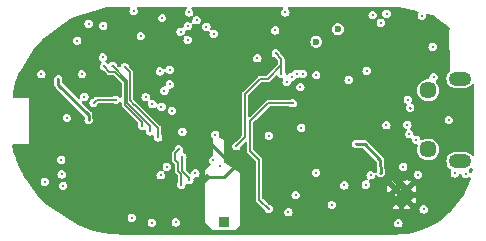
<source format=gbr>
G04 #@! TF.GenerationSoftware,KiCad,Pcbnew,7.0.7*
G04 #@! TF.CreationDate,2024-03-13T12:15:20+01:00*
G04 #@! TF.ProjectId,dictofun,64696374-6f66-4756-9e2e-6b696361645f,rev?*
G04 #@! TF.SameCoordinates,Original*
G04 #@! TF.FileFunction,Copper,L2,Inr*
G04 #@! TF.FilePolarity,Positive*
%FSLAX45Y45*%
G04 Gerber Fmt 4.5, Leading zero omitted, Abs format (unit mm)*
G04 Created by KiCad (PCBNEW 7.0.7) date 2024-03-13 12:15:20*
%MOMM*%
%LPD*%
G01*
G04 APERTURE LIST*
G04 #@! TA.AperFunction,ComponentPad*
%ADD10C,0.500000*%
G04 #@! TD*
G04 #@! TA.AperFunction,ComponentPad*
%ADD11R,0.850000X0.850000*%
G04 #@! TD*
G04 #@! TA.AperFunction,ComponentPad*
%ADD12O,1.900000X1.200000*%
G04 #@! TD*
G04 #@! TA.AperFunction,ComponentPad*
%ADD13C,1.450000*%
G04 #@! TD*
G04 #@! TA.AperFunction,ViaPad*
%ADD14C,0.300000*%
G04 #@! TD*
G04 #@! TA.AperFunction,ViaPad*
%ADD15C,0.600000*%
G04 #@! TD*
G04 #@! TA.AperFunction,Conductor*
%ADD16C,0.254000*%
G04 #@! TD*
G04 #@! TA.AperFunction,Conductor*
%ADD17C,0.127000*%
G04 #@! TD*
G04 #@! TA.AperFunction,Conductor*
%ADD18C,0.400000*%
G04 #@! TD*
G04 #@! TA.AperFunction,Conductor*
%ADD19C,0.500000*%
G04 #@! TD*
G04 #@! TA.AperFunction,Conductor*
%ADD20C,0.200000*%
G04 #@! TD*
G04 APERTURE END LIST*
D10*
X14806500Y-10581500D03*
X14901500Y-10581500D03*
X14806500Y-10486500D03*
X14901500Y-10486500D03*
D11*
X13347700Y-10767060D03*
D12*
X15350000Y-9550000D03*
D13*
X15080000Y-9650000D03*
X15080000Y-10150000D03*
D12*
X15350000Y-10250000D03*
D14*
X13464540Y-10271760D03*
X15199360Y-9517380D03*
X12969240Y-10149840D03*
X15341600Y-10477500D03*
X15306040Y-10353040D03*
X15199360Y-10246360D03*
D15*
X13388340Y-9839960D03*
X13281660Y-9834880D03*
X13174980Y-9832340D03*
X13279120Y-9740900D03*
X13177520Y-9738360D03*
X13281660Y-9634220D03*
X13385800Y-9748520D03*
X13385800Y-9634220D03*
X13177520Y-9636760D03*
D14*
X13870940Y-8989060D03*
X15397480Y-10358120D03*
X13784580Y-9141460D03*
X14284960Y-9466580D03*
X14150340Y-10012680D03*
X14005560Y-9964420D03*
X14571980Y-10833100D03*
X14264640Y-10619740D03*
X13896340Y-10680700D03*
X13108940Y-10350500D03*
X11988800Y-10457180D03*
X12999720Y-9999980D03*
X12570460Y-10728960D03*
X12740640Y-10769600D03*
X12943840Y-10767060D03*
X13093700Y-10772140D03*
X12989560Y-10447020D03*
X13058140Y-10406380D03*
X14678660Y-10345420D03*
X14018260Y-9507220D03*
X13967460Y-9507220D03*
X13924280Y-9535160D03*
X13881100Y-9578340D03*
X13997940Y-9621520D03*
X14132560Y-9519920D03*
X14196060Y-9375140D03*
X14010640Y-9408160D03*
X13263880Y-9171940D03*
X13202920Y-9110980D03*
X13934440Y-9758680D03*
X13728700Y-10652760D03*
X12509500Y-9380220D03*
X12669520Y-9512300D03*
X12425680Y-10253980D03*
X11805920Y-9512300D03*
X15125700Y-9537700D03*
X14371320Y-10454640D03*
X14239240Y-10431780D03*
D15*
X14315440Y-9131300D03*
X14132560Y-9237980D03*
D14*
X14678660Y-9077960D03*
X14610080Y-9011920D03*
X14727500Y-9000000D03*
X12448540Y-8956040D03*
X12585700Y-8976360D03*
X12646660Y-9189720D03*
X12148820Y-9512300D03*
X13055600Y-8989060D03*
X12809220Y-9489440D03*
X14406880Y-9560560D03*
X14726920Y-9944100D03*
X14467840Y-10104120D03*
X14131000Y-10345420D03*
X13764260Y-10363200D03*
X13876020Y-9961880D03*
X14978380Y-9585960D03*
X15255240Y-9900920D03*
X14978380Y-10068560D03*
X14907260Y-9728200D03*
X14645640Y-9550400D03*
X14831060Y-9382760D03*
X14386560Y-9019540D03*
X15118080Y-9281160D03*
X14958060Y-9268460D03*
X15026640Y-9017000D03*
X14884400Y-9077960D03*
X14810740Y-9240520D03*
X14559280Y-9484360D03*
X14424660Y-10576560D03*
X14592580Y-10368000D03*
X14551660Y-10447020D03*
X14653260Y-10419080D03*
X14828520Y-10774680D03*
X15041880Y-10657840D03*
X14993620Y-10363200D03*
X15176500Y-10358120D03*
X15077440Y-10535920D03*
X14762480Y-10289540D03*
X14869160Y-10297160D03*
X15118080Y-9352280D03*
X14269720Y-10820400D03*
X13957300Y-10535920D03*
X13733780Y-10807700D03*
X14762480Y-10172700D03*
X14927580Y-9796780D03*
X14919960Y-10020300D03*
X14904720Y-9941560D03*
X11783060Y-10121900D03*
X12204700Y-9900920D03*
X12435840Y-9728200D03*
X12247880Y-9753600D03*
X12512040Y-9451340D03*
X12336780Y-9446260D03*
X12407900Y-9441180D03*
X12727940Y-9997440D03*
X12659360Y-9949180D03*
X12793980Y-10048240D03*
X12687300Y-9705340D03*
X12745720Y-9766300D03*
X12606020Y-9715500D03*
X12021820Y-9883140D03*
X12169140Y-9702800D03*
X11948160Y-9555480D03*
X11699240Y-9456420D03*
X13210540Y-10380980D03*
X13185140Y-10632440D03*
X12877800Y-10114280D03*
X13119100Y-9055100D03*
X13045440Y-9105900D03*
X12984480Y-9151620D03*
X12867640Y-10294620D03*
X12108180Y-9227820D03*
X12827000Y-9037320D03*
X12326620Y-9370060D03*
X12329160Y-9100820D03*
X12204700Y-9085580D03*
X12743180Y-10154920D03*
X12931140Y-9202420D03*
X13388580Y-8973160D03*
X13563600Y-10810240D03*
X11836400Y-10195560D03*
X13646080Y-9116060D03*
X12666980Y-10236200D03*
X11976100Y-10360660D03*
X13276580Y-10025300D03*
X11973560Y-10236200D03*
X12814300Y-10368280D03*
X12893040Y-9474200D03*
X12893040Y-9598660D03*
X12999720Y-10213340D03*
X12847320Y-9652000D03*
X12910820Y-9822180D03*
X13314680Y-10289540D03*
X13261340Y-10241280D03*
X13454380Y-10121900D03*
X13789660Y-9334500D03*
X13837920Y-9507220D03*
X13042900Y-9222740D03*
X11833860Y-10424160D03*
X13731240Y-10033000D03*
X13634720Y-9377680D03*
X12822204Y-9789160D03*
D16*
X13210540Y-10380980D02*
X13355320Y-10380980D01*
X13355320Y-10380980D02*
X13464540Y-10271760D01*
X13464540Y-10271760D02*
X13411232Y-10271760D01*
X13223272Y-10083800D02*
X12964160Y-10083800D01*
X13411232Y-10271760D02*
X13223272Y-10083800D01*
X12964160Y-10083800D02*
X12931140Y-10050780D01*
D17*
X13185140Y-10632440D02*
X13097540Y-10632440D01*
X13097540Y-10632440D02*
X13095000Y-10634980D01*
D18*
X13147140Y-10772140D02*
X13147140Y-10792560D01*
X13772200Y-10850000D02*
X13781480Y-10840720D01*
X13147140Y-10792560D02*
X13204580Y-10850000D01*
X13204580Y-10850000D02*
X13772200Y-10850000D01*
D19*
X13093700Y-10772140D02*
X13147140Y-10772140D01*
X13781480Y-10840720D02*
X13792200Y-10830000D01*
X13434960Y-9019540D02*
X13434960Y-9120240D01*
X13235940Y-9319260D02*
X13161927Y-9319260D01*
X13434960Y-9120240D02*
X13235940Y-9319260D01*
X13161927Y-9319260D02*
X13161927Y-9621167D01*
X13161927Y-9621167D02*
X13177520Y-9636760D01*
D16*
X15199360Y-9517380D02*
X15204440Y-9522460D01*
X15204440Y-9522460D02*
X15204440Y-9588500D01*
X15204440Y-9588500D02*
X15206980Y-9591040D01*
D19*
X15143480Y-9867900D02*
X15206980Y-9804400D01*
X15206980Y-9804400D02*
X15206980Y-9591040D01*
D17*
X12962890Y-10267950D02*
X12962890Y-10328963D01*
X12969240Y-10149840D02*
X12935130Y-10183950D01*
X12935130Y-10240190D02*
X12962890Y-10267950D01*
X12935130Y-10183950D02*
X12935130Y-10240190D01*
X12989560Y-10355633D02*
X12989560Y-10447020D01*
X12962890Y-10328963D02*
X12989560Y-10355633D01*
X12999720Y-10213340D02*
X12999720Y-10335260D01*
X12999720Y-10335260D02*
X13058140Y-10393680D01*
X13058140Y-10393680D02*
X13058140Y-10406380D01*
D19*
X13792200Y-10830000D02*
X13802360Y-10819840D01*
X13802360Y-10819840D02*
X13802360Y-10401300D01*
X13802360Y-10401300D02*
X13764260Y-10363200D01*
D17*
X13934440Y-9758680D02*
X13906500Y-9758680D01*
X13573760Y-10162540D02*
X13649960Y-10238740D01*
X13934440Y-9758680D02*
X13726160Y-9758680D01*
X13726160Y-9758680D02*
X13573760Y-9911080D01*
X13573760Y-9911080D02*
X13573760Y-10162540D01*
X13649960Y-10574020D02*
X13728700Y-10652760D01*
X13649960Y-10238740D02*
X13649960Y-10574020D01*
D19*
X14754860Y-10360660D02*
X14754860Y-10386060D01*
X14754860Y-10386060D02*
X14721840Y-10419080D01*
X14721840Y-10419080D02*
X14653260Y-10419080D01*
D16*
X15077440Y-10535920D02*
X15081520Y-10540000D01*
X15081520Y-10540000D02*
X15279100Y-10540000D01*
X15279100Y-10540000D02*
X15341600Y-10477500D01*
D19*
X15176500Y-10358120D02*
X15176500Y-10396220D01*
X15176500Y-10396220D02*
X15039340Y-10533380D01*
X12720000Y-10555000D02*
X11944380Y-10555000D01*
X11944380Y-10555000D02*
X11905560Y-10516180D01*
X11905560Y-10516180D02*
X11905560Y-10300560D01*
X11905560Y-10300560D02*
X11785000Y-10180000D01*
X14033500Y-9019540D02*
X13992860Y-9060180D01*
X13693140Y-9060180D02*
X13652500Y-9019540D01*
X13992860Y-9060180D02*
X13693140Y-9060180D01*
D17*
X14284960Y-9466580D02*
X14196060Y-9377680D01*
X14196060Y-9377680D02*
X14196060Y-9375140D01*
X14150340Y-10012680D02*
X14124940Y-10038080D01*
X14124940Y-10038080D02*
X13952220Y-10038080D01*
X13952220Y-10038080D02*
X13876020Y-9961880D01*
D19*
X14360000Y-10830000D02*
X14463170Y-10726830D01*
D17*
X14465710Y-10726830D02*
X14463170Y-10726830D01*
D19*
X14463170Y-10726830D02*
X14533020Y-10656980D01*
D17*
X14571980Y-10833100D02*
X14465710Y-10726830D01*
D19*
X13093700Y-10718700D02*
X13093700Y-10772140D01*
D16*
X14678660Y-10345420D02*
X14676120Y-10345420D01*
X14676120Y-10238740D02*
X14678660Y-10345420D01*
X14673580Y-10236200D02*
X14676120Y-10238740D01*
X14467840Y-10104120D02*
X14541500Y-10104120D01*
X14541500Y-10104120D02*
X14673580Y-10236200D01*
X14831060Y-9382760D02*
X14828520Y-9380220D01*
D19*
X14828520Y-9385300D02*
X14831060Y-9382760D01*
X14828520Y-9491980D02*
X14828520Y-9385300D01*
D16*
X14828520Y-9380220D02*
X14828520Y-9258300D01*
D19*
X14831060Y-9382760D02*
X14820900Y-9382760D01*
X14820900Y-9382760D02*
X14457680Y-9019540D01*
D20*
X14196060Y-9373940D02*
X14380000Y-9190000D01*
X14196060Y-9375140D02*
X14196060Y-9373940D01*
X14194860Y-9375140D02*
X14196060Y-9375140D01*
D19*
X15039340Y-10533380D02*
X15074900Y-10533380D01*
X14901500Y-10533380D02*
X15039340Y-10533380D01*
X14901500Y-10533380D02*
X14901500Y-10507300D01*
X14901500Y-10581500D02*
X14901500Y-10533380D01*
X15074900Y-10533380D02*
X15077440Y-10535920D01*
X15143480Y-9867900D02*
X15143480Y-9994900D01*
X15199360Y-10055860D02*
X15199360Y-10246360D01*
X15143480Y-9994900D02*
X15201900Y-10053320D01*
X15201900Y-10053320D02*
X15199360Y-10055860D01*
X14828520Y-9984740D02*
X14828520Y-9867900D01*
X14828520Y-9867900D02*
X14828520Y-9573260D01*
X14828520Y-9867900D02*
X15143480Y-9867900D01*
X14828520Y-9573260D02*
X14668500Y-9573260D01*
X14668500Y-9573260D02*
X14645640Y-9550400D01*
X14828520Y-9573260D02*
X14828520Y-9491980D01*
X14828520Y-9573260D02*
X14965680Y-9573260D01*
X14965680Y-9573260D02*
X14978380Y-9585960D01*
D16*
X12931140Y-10050780D02*
X12606020Y-9725660D01*
X12931140Y-10050780D02*
X12931140Y-10043128D01*
D19*
X13652500Y-9019540D02*
X13434960Y-9019540D01*
X13652500Y-9019540D02*
X13652500Y-9109640D01*
X13652500Y-9109640D02*
X13646080Y-9116060D01*
X14457680Y-9019540D02*
X14033500Y-9019540D01*
X14033500Y-9019540D02*
X14033500Y-9385300D01*
X14033500Y-9385300D02*
X14010640Y-9408160D01*
X14904720Y-9268460D02*
X14988540Y-9268460D01*
X14828520Y-9192260D02*
X14904720Y-9268460D01*
X14904720Y-9268460D02*
X14958060Y-9268460D01*
X14828520Y-9491980D02*
X14828520Y-9192260D01*
X14828520Y-9192260D02*
X14828520Y-9133840D01*
X14828520Y-9192260D02*
X14828520Y-9232900D01*
X14828520Y-9133840D02*
X14884400Y-9077960D01*
X13161927Y-9319260D02*
X13002260Y-9319260D01*
X12931140Y-9248140D02*
X12931140Y-9202420D01*
X13002260Y-9319260D02*
X12931140Y-9248140D01*
X13434960Y-9019540D02*
X13388580Y-8973160D01*
X14457680Y-9019540D02*
X14386560Y-9019540D01*
X14901500Y-10507300D02*
X14754860Y-10360660D01*
X14754860Y-10058400D02*
X14828520Y-9984740D01*
X14754860Y-10360660D02*
X14754860Y-10058400D01*
D16*
X14424660Y-10576560D02*
X14384020Y-10576560D01*
X14384020Y-10576560D02*
X14239240Y-10431780D01*
D19*
X14533020Y-10656980D02*
X14608500Y-10581500D01*
X14452600Y-10576560D02*
X14424660Y-10576560D01*
X14533020Y-10656980D02*
X14452600Y-10576560D01*
X13624560Y-10114280D02*
X13624560Y-9926320D01*
X13764260Y-10363200D02*
X13764260Y-10253980D01*
X13764260Y-10253980D02*
X13624560Y-10114280D01*
X13624560Y-9926320D02*
X13840460Y-9926320D01*
X13840460Y-9926320D02*
X13876020Y-9961880D01*
X13792200Y-10830000D02*
X14360000Y-10830000D01*
D16*
X12669520Y-9512300D02*
X12669520Y-9364980D01*
X12669520Y-9364980D02*
X12832080Y-9202420D01*
X12832080Y-9202420D02*
X12931140Y-9202420D01*
X12509500Y-9380220D02*
X12448540Y-9319260D01*
X12448540Y-9319260D02*
X12448540Y-8956040D01*
X12509500Y-9380220D02*
X12506960Y-9382760D01*
X12539980Y-9382760D02*
X12509500Y-9380220D01*
X12669520Y-9512300D02*
X12539980Y-9382760D01*
X12669520Y-9512300D02*
X12606020Y-9575800D01*
X12606020Y-9575800D02*
X12606020Y-9715500D01*
X12606020Y-9725660D02*
X12606020Y-9715500D01*
D19*
X13095000Y-10555000D02*
X13095000Y-10634980D01*
X13095000Y-10634980D02*
X13095000Y-10720000D01*
X13095000Y-10555000D02*
X13095000Y-10496520D01*
X13095000Y-10496520D02*
X13210540Y-10380980D01*
D16*
X12425680Y-10253980D02*
X12423140Y-10251440D01*
X12536700Y-10365000D02*
X12425680Y-10253980D01*
X12730000Y-10365000D02*
X12536700Y-10365000D01*
D19*
X12743180Y-10231120D02*
X12743180Y-10154920D01*
X12672060Y-10231120D02*
X12666980Y-10236200D01*
X12743180Y-10496580D02*
X12743180Y-10231120D01*
X12743180Y-10231120D02*
X12672060Y-10231120D01*
X12801600Y-10555000D02*
X13095000Y-10555000D01*
X12720000Y-10555000D02*
X12801600Y-10555000D01*
X12801600Y-10555000D02*
X12743180Y-10496580D01*
D17*
X12336780Y-9446260D02*
X12381050Y-9490530D01*
X12426717Y-9490530D02*
X12512040Y-9575853D01*
X12381050Y-9490530D02*
X12426717Y-9490530D01*
X12512040Y-9575853D02*
X12512040Y-9771380D01*
X12512040Y-9771380D02*
X12659360Y-9918700D01*
X12659360Y-9918700D02*
X12659360Y-9949180D01*
D16*
X11948160Y-9555480D02*
X11948160Y-9601200D01*
X11948160Y-9601200D02*
X12204700Y-9857740D01*
X12204700Y-9857740D02*
X12204700Y-9900920D01*
D19*
X12905740Y-10068560D02*
X12877220Y-10097080D01*
D16*
X15118080Y-9352280D02*
X15072360Y-9352280D01*
X14988540Y-9268460D02*
X14958060Y-9268460D01*
D19*
X15072360Y-9352280D02*
X14988540Y-9268460D01*
D20*
X14390460Y-9019540D02*
X14390000Y-9020000D01*
X14386560Y-9019540D02*
X14390460Y-9019540D01*
X14386560Y-9023440D02*
X14386560Y-9019540D01*
X14884400Y-9077960D02*
X14880000Y-9082360D01*
X14880000Y-9073560D02*
X14884400Y-9077960D01*
D16*
X15073360Y-10540000D02*
X15070000Y-10540000D01*
X15077440Y-10535920D02*
X15073360Y-10540000D01*
X14930120Y-9799320D02*
X14927580Y-9796780D01*
D19*
X11785000Y-10180000D02*
X11778000Y-10173000D01*
X11778000Y-10173000D02*
X11778000Y-9721000D01*
X11778000Y-9721000D02*
X11699240Y-9642240D01*
X11699240Y-9642240D02*
X11699240Y-9456420D01*
D17*
X12247880Y-9753600D02*
X12273280Y-9728200D01*
X12273280Y-9728200D02*
X12435840Y-9728200D01*
X12727940Y-9997440D02*
X12727940Y-9947969D01*
X12727940Y-9947969D02*
X12533630Y-9753659D01*
X12533630Y-9753659D02*
X12533630Y-9566910D01*
X12533630Y-9566910D02*
X12407900Y-9441180D01*
X12793980Y-10048240D02*
X12793980Y-9969500D01*
X12592108Y-9771380D02*
X12555220Y-9734492D01*
X12793980Y-9969500D02*
X12595860Y-9771380D01*
X12595860Y-9771380D02*
X12592108Y-9771380D01*
X12555220Y-9734492D02*
X12555220Y-9497060D01*
X12555220Y-9497060D02*
X12509500Y-9451340D01*
X12512040Y-9448800D02*
X12509500Y-9451340D01*
X12512040Y-9451340D02*
X12512040Y-9448800D01*
X12509500Y-9451340D02*
X12512040Y-9451340D01*
X12407900Y-9441180D02*
X12405360Y-9446260D01*
D19*
X13095000Y-10720000D02*
X13093700Y-10718700D01*
D16*
X12730000Y-10275000D02*
X12730000Y-10345000D01*
X14430000Y-9240000D02*
X14380000Y-9190000D01*
X12730000Y-10545000D02*
X12720000Y-10555000D01*
X12730000Y-10345000D02*
X12730000Y-10365000D01*
X14810000Y-9240000D02*
X14430000Y-9240000D01*
D20*
X14380000Y-9030000D02*
X14386560Y-9023440D01*
X14195000Y-9375000D02*
X14194860Y-9375140D01*
D19*
X14608500Y-10581500D02*
X14901500Y-10581500D01*
D16*
X12730000Y-10365000D02*
X12730000Y-10545000D01*
D19*
X11785000Y-10180000D02*
X11755000Y-10180000D01*
D20*
X14380000Y-9190000D02*
X14380000Y-9030000D01*
D17*
X13454380Y-10121900D02*
X13528040Y-10048240D01*
X13837920Y-9507220D02*
X13837920Y-9431020D01*
X13837920Y-9382760D02*
X13789660Y-9334500D01*
X13660120Y-9550400D02*
X13723620Y-9550400D01*
X13528040Y-9682480D02*
X13660120Y-9550400D01*
X13837920Y-9431020D02*
X13837920Y-9382760D01*
X13723620Y-9550400D02*
X13837920Y-9436100D01*
X13528040Y-10048240D02*
X13528040Y-9682480D01*
G04 #@! TA.AperFunction,Conductor*
G36*
X12550909Y-8941969D02*
G01*
X12555484Y-8947249D01*
X12556479Y-8954165D01*
X12555253Y-8958029D01*
X12551565Y-8965269D01*
X12549808Y-8976360D01*
X12549808Y-8976360D01*
X12551565Y-8987451D01*
X12556663Y-8997457D01*
X12564603Y-9005397D01*
X12574609Y-9010495D01*
X12585700Y-9012252D01*
X12585700Y-9012252D01*
X12585700Y-9012252D01*
X12596791Y-9010495D01*
X12596791Y-9010495D01*
X12596791Y-9010495D01*
X12606797Y-9005397D01*
X12614737Y-8997457D01*
X12619835Y-8987451D01*
X12619835Y-8987451D01*
X12619835Y-8987451D01*
X12621592Y-8976360D01*
X12621592Y-8976360D01*
X12619835Y-8965269D01*
X12616147Y-8958029D01*
X12614857Y-8951163D01*
X12617485Y-8944688D01*
X12623195Y-8940663D01*
X12627195Y-8940000D01*
X13024590Y-8940000D01*
X13031294Y-8941969D01*
X13035869Y-8947249D01*
X13036864Y-8954165D01*
X13033961Y-8960520D01*
X13033358Y-8961168D01*
X13026563Y-8967963D01*
X13021465Y-8977969D01*
X13019708Y-8989060D01*
X13019708Y-8989060D01*
X13021465Y-9000151D01*
X13026563Y-9010157D01*
X13034503Y-9018097D01*
X13044509Y-9023195D01*
X13055600Y-9024952D01*
X13055600Y-9024952D01*
X13055600Y-9024952D01*
X13066691Y-9023195D01*
X13066691Y-9023195D01*
X13066691Y-9023195D01*
X13071693Y-9020647D01*
X13078559Y-9019357D01*
X13085033Y-9021985D01*
X13089059Y-9027696D01*
X13089358Y-9034676D01*
X13088370Y-9037325D01*
X13084965Y-9044009D01*
X13083558Y-9052892D01*
X13083208Y-9055100D01*
X13083487Y-9056863D01*
X13084614Y-9063977D01*
X13083718Y-9070906D01*
X13079219Y-9076251D01*
X13072544Y-9078315D01*
X13066737Y-9076965D01*
X13056531Y-9071765D01*
X13045440Y-9070008D01*
X13045440Y-9070008D01*
X13034349Y-9071765D01*
X13024343Y-9076863D01*
X13016403Y-9084803D01*
X13011305Y-9094809D01*
X13009395Y-9106864D01*
X13009069Y-9106812D01*
X13007580Y-9111884D01*
X13002299Y-9116459D01*
X12995383Y-9117454D01*
X12995208Y-9117427D01*
X12984480Y-9115728D01*
X12984480Y-9115728D01*
X12973389Y-9117485D01*
X12963383Y-9122583D01*
X12955443Y-9130523D01*
X12950345Y-9140529D01*
X12948588Y-9151620D01*
X12948588Y-9151620D01*
X12950345Y-9162711D01*
X12955443Y-9172717D01*
X12963383Y-9180657D01*
X12973389Y-9185755D01*
X12984480Y-9187512D01*
X12984480Y-9187512D01*
X12984480Y-9187512D01*
X12995571Y-9185755D01*
X12995571Y-9185755D01*
X12995571Y-9185755D01*
X12997207Y-9184922D01*
X13004074Y-9183632D01*
X13010548Y-9186260D01*
X13014574Y-9191970D01*
X13014873Y-9198951D01*
X13013885Y-9201599D01*
X13008765Y-9211649D01*
X13007008Y-9222740D01*
X13007008Y-9222740D01*
X13008765Y-9233831D01*
X13013863Y-9243837D01*
X13021803Y-9251777D01*
X13031809Y-9256875D01*
X13042900Y-9258632D01*
X13042900Y-9258632D01*
X13042900Y-9258632D01*
X13053991Y-9256875D01*
X13053991Y-9256875D01*
X13053991Y-9256875D01*
X13063997Y-9251777D01*
X13071937Y-9243837D01*
X13074921Y-9237980D01*
X14081995Y-9237980D01*
X14084043Y-9252226D01*
X14088487Y-9261955D01*
X14090022Y-9265317D01*
X14099447Y-9276194D01*
X14111555Y-9283975D01*
X14111555Y-9283975D01*
X14111555Y-9283975D01*
X14125364Y-9288030D01*
X14125364Y-9288030D01*
X14125364Y-9288030D01*
X14139756Y-9288030D01*
X14139756Y-9288030D01*
X14153565Y-9283975D01*
X14157946Y-9281160D01*
X15082188Y-9281160D01*
X15083945Y-9292251D01*
X15089043Y-9302257D01*
X15096983Y-9310197D01*
X15106989Y-9315295D01*
X15118080Y-9317052D01*
X15118080Y-9317052D01*
X15118080Y-9317052D01*
X15129171Y-9315295D01*
X15129171Y-9315295D01*
X15129171Y-9315295D01*
X15139177Y-9310197D01*
X15147117Y-9302257D01*
X15152215Y-9292251D01*
X15152215Y-9292251D01*
X15152215Y-9292251D01*
X15153972Y-9281160D01*
X15153972Y-9281160D01*
X15152215Y-9270069D01*
X15147117Y-9260063D01*
X15139176Y-9252123D01*
X15129171Y-9247025D01*
X15118080Y-9245268D01*
X15118080Y-9245268D01*
X15106989Y-9247025D01*
X15096983Y-9252123D01*
X15089043Y-9260063D01*
X15083945Y-9270069D01*
X15082188Y-9281160D01*
X15082188Y-9281160D01*
X14157946Y-9281160D01*
X14165673Y-9276194D01*
X14175098Y-9265317D01*
X14181076Y-9252226D01*
X14183125Y-9237980D01*
X14181076Y-9223734D01*
X14175098Y-9210643D01*
X14165673Y-9199766D01*
X14153565Y-9191985D01*
X14153565Y-9191985D01*
X14153565Y-9191985D01*
X14153565Y-9191985D01*
X14139756Y-9187930D01*
X14139756Y-9187930D01*
X14125364Y-9187930D01*
X14125364Y-9187930D01*
X14111555Y-9191985D01*
X14099447Y-9199766D01*
X14090022Y-9210643D01*
X14090022Y-9210643D01*
X14084043Y-9223734D01*
X14081995Y-9237980D01*
X13074921Y-9237980D01*
X13077035Y-9233831D01*
X13077035Y-9233831D01*
X13077035Y-9233831D01*
X13078792Y-9222740D01*
X13078792Y-9222740D01*
X13077035Y-9211649D01*
X13071937Y-9201643D01*
X13063996Y-9193703D01*
X13053991Y-9188605D01*
X13042900Y-9186848D01*
X13042900Y-9186848D01*
X13031809Y-9188605D01*
X13030172Y-9189439D01*
X13023305Y-9190728D01*
X13016832Y-9188100D01*
X13012806Y-9182389D01*
X13012507Y-9175409D01*
X13013495Y-9172760D01*
X13014648Y-9170497D01*
X13018615Y-9162711D01*
X13018615Y-9162711D01*
X13018615Y-9162711D01*
X13020525Y-9150656D01*
X13020851Y-9150708D01*
X13022340Y-9145636D01*
X13027621Y-9141061D01*
X13034537Y-9140066D01*
X13034712Y-9140093D01*
X13045440Y-9141792D01*
X13045440Y-9141792D01*
X13045440Y-9141792D01*
X13056531Y-9140035D01*
X13056531Y-9140035D01*
X13056531Y-9140035D01*
X13066537Y-9134937D01*
X13074477Y-9126997D01*
X13079575Y-9116991D01*
X13079575Y-9116991D01*
X13079575Y-9116991D01*
X13080527Y-9110980D01*
X13167028Y-9110980D01*
X13168785Y-9122071D01*
X13173883Y-9132077D01*
X13181823Y-9140017D01*
X13191829Y-9145115D01*
X13202920Y-9146872D01*
X13202920Y-9146872D01*
X13202920Y-9146872D01*
X13214010Y-9145115D01*
X13214010Y-9145115D01*
X13214011Y-9145115D01*
X13214012Y-9145115D01*
X13214171Y-9145063D01*
X13214377Y-9145057D01*
X13214975Y-9144963D01*
X13214987Y-9145040D01*
X13221155Y-9144863D01*
X13227139Y-9148470D01*
X13230222Y-9154740D01*
X13229855Y-9159878D01*
X13229897Y-9159885D01*
X13229819Y-9160379D01*
X13229797Y-9160688D01*
X13229745Y-9160849D01*
X13227988Y-9171940D01*
X13227988Y-9171940D01*
X13229745Y-9183031D01*
X13234843Y-9193037D01*
X13242783Y-9200977D01*
X13252789Y-9206075D01*
X13263880Y-9207832D01*
X13263880Y-9207832D01*
X13263880Y-9207832D01*
X13274971Y-9206075D01*
X13274971Y-9206075D01*
X13274971Y-9206075D01*
X13284977Y-9200977D01*
X13292917Y-9193037D01*
X13298015Y-9183031D01*
X13298015Y-9183031D01*
X13298015Y-9183031D01*
X13299772Y-9171940D01*
X13299772Y-9171940D01*
X13298015Y-9160849D01*
X13292917Y-9150843D01*
X13284976Y-9142903D01*
X13282146Y-9141460D01*
X13748688Y-9141460D01*
X13750445Y-9152551D01*
X13755543Y-9162557D01*
X13763483Y-9170497D01*
X13773489Y-9175595D01*
X13784580Y-9177352D01*
X13784580Y-9177352D01*
X13784580Y-9177352D01*
X13795671Y-9175595D01*
X13795671Y-9175595D01*
X13795671Y-9175595D01*
X13805677Y-9170497D01*
X13813617Y-9162557D01*
X13818715Y-9152551D01*
X13818715Y-9152551D01*
X13818715Y-9152551D01*
X13820472Y-9141460D01*
X13820472Y-9141460D01*
X13818863Y-9131300D01*
X14264875Y-9131300D01*
X14266923Y-9145546D01*
X14272902Y-9158637D01*
X14272902Y-9158637D01*
X14282327Y-9169514D01*
X14294435Y-9177295D01*
X14294435Y-9177295D01*
X14294435Y-9177295D01*
X14308244Y-9181350D01*
X14308244Y-9181350D01*
X14308244Y-9181350D01*
X14322636Y-9181350D01*
X14322636Y-9181350D01*
X14333352Y-9178204D01*
X14336445Y-9177295D01*
X14336445Y-9177295D01*
X14336445Y-9177295D01*
X14348553Y-9169514D01*
X14357978Y-9158637D01*
X14363956Y-9145546D01*
X14366005Y-9131300D01*
X14363956Y-9117054D01*
X14357978Y-9103963D01*
X14348553Y-9093086D01*
X14336445Y-9085305D01*
X14336445Y-9085305D01*
X14336445Y-9085305D01*
X14336445Y-9085305D01*
X14322636Y-9081250D01*
X14322636Y-9081250D01*
X14308244Y-9081250D01*
X14308244Y-9081250D01*
X14294435Y-9085305D01*
X14282327Y-9093086D01*
X14272902Y-9103963D01*
X14272902Y-9103963D01*
X14266923Y-9117054D01*
X14264875Y-9131300D01*
X13818863Y-9131300D01*
X13818715Y-9130369D01*
X13813617Y-9120363D01*
X13805676Y-9112423D01*
X13795671Y-9107325D01*
X13784580Y-9105568D01*
X13784580Y-9105568D01*
X13773489Y-9107325D01*
X13763483Y-9112423D01*
X13755543Y-9120363D01*
X13750445Y-9130369D01*
X13748688Y-9141460D01*
X13748688Y-9141460D01*
X13282146Y-9141460D01*
X13274971Y-9137805D01*
X13263880Y-9136048D01*
X13263880Y-9136048D01*
X13252789Y-9137805D01*
X13252628Y-9137857D01*
X13252421Y-9137863D01*
X13251825Y-9137957D01*
X13251813Y-9137880D01*
X13245644Y-9138057D01*
X13239660Y-9134449D01*
X13236577Y-9128178D01*
X13236945Y-9123042D01*
X13236903Y-9123035D01*
X13236981Y-9122539D01*
X13237003Y-9122231D01*
X13237055Y-9122072D01*
X13237055Y-9122071D01*
X13237150Y-9121472D01*
X13238812Y-9110980D01*
X13238812Y-9110980D01*
X13237055Y-9099889D01*
X13231957Y-9089883D01*
X13224016Y-9081943D01*
X13216200Y-9077960D01*
X14642768Y-9077960D01*
X14644525Y-9089051D01*
X14649623Y-9099057D01*
X14657563Y-9106997D01*
X14667569Y-9112095D01*
X14678660Y-9113852D01*
X14678660Y-9113852D01*
X14678660Y-9113852D01*
X14689751Y-9112095D01*
X14689751Y-9112095D01*
X14689751Y-9112095D01*
X14699757Y-9106997D01*
X14707697Y-9099057D01*
X14712795Y-9089051D01*
X14712795Y-9089051D01*
X14712795Y-9089051D01*
X14714552Y-9077960D01*
X14714552Y-9077960D01*
X14712795Y-9066869D01*
X14707697Y-9056863D01*
X14706038Y-9055204D01*
X14702689Y-9049072D01*
X14703188Y-9042103D01*
X14707375Y-9036509D01*
X14713921Y-9034068D01*
X14716746Y-9034189D01*
X14727500Y-9035892D01*
X14727500Y-9035892D01*
X14727500Y-9035892D01*
X14738591Y-9034135D01*
X14738591Y-9034135D01*
X14738591Y-9034135D01*
X14748597Y-9029037D01*
X14756537Y-9021097D01*
X14761635Y-9011091D01*
X14761635Y-9011091D01*
X14761635Y-9011091D01*
X14763392Y-9000000D01*
X14763392Y-9000000D01*
X14761635Y-8988909D01*
X14756537Y-8978903D01*
X14748596Y-8970963D01*
X14738591Y-8965865D01*
X14730905Y-8964647D01*
X14727567Y-8963065D01*
X14725649Y-8964298D01*
X14724095Y-8964647D01*
X14716409Y-8965865D01*
X14706403Y-8970963D01*
X14698463Y-8978903D01*
X14693365Y-8988909D01*
X14691608Y-9000000D01*
X14691608Y-9000000D01*
X14693365Y-9011091D01*
X14698463Y-9021097D01*
X14700122Y-9022756D01*
X14703470Y-9028888D01*
X14702972Y-9035857D01*
X14698785Y-9041451D01*
X14692238Y-9043892D01*
X14689414Y-9043771D01*
X14678660Y-9042068D01*
X14678660Y-9042068D01*
X14667569Y-9043825D01*
X14657563Y-9048923D01*
X14657192Y-9049193D01*
X14651107Y-9051364D01*
X14651191Y-9051780D01*
X14649885Y-9056349D01*
X14644525Y-9066869D01*
X14642768Y-9077960D01*
X14642768Y-9077960D01*
X13216200Y-9077960D01*
X13214011Y-9076845D01*
X13202920Y-9075088D01*
X13202920Y-9075088D01*
X13191829Y-9076845D01*
X13181823Y-9081943D01*
X13173883Y-9089883D01*
X13168785Y-9099889D01*
X13167028Y-9110980D01*
X13167028Y-9110980D01*
X13080527Y-9110980D01*
X13081332Y-9105900D01*
X13081332Y-9105900D01*
X13080527Y-9100820D01*
X13079926Y-9097023D01*
X13080821Y-9090094D01*
X13085321Y-9084749D01*
X13091996Y-9082685D01*
X13097803Y-9084035D01*
X13108009Y-9089235D01*
X13119100Y-9090992D01*
X13119100Y-9090992D01*
X13119100Y-9090992D01*
X13130191Y-9089235D01*
X13130191Y-9089235D01*
X13130191Y-9089235D01*
X13140197Y-9084137D01*
X13148137Y-9076197D01*
X13153235Y-9066191D01*
X13153235Y-9066191D01*
X13153235Y-9066191D01*
X13154992Y-9055100D01*
X13154992Y-9055100D01*
X13153235Y-9044009D01*
X13148137Y-9034003D01*
X13140196Y-9026063D01*
X13130191Y-9020965D01*
X13119100Y-9019208D01*
X13119100Y-9019208D01*
X13108009Y-9020965D01*
X13103007Y-9023513D01*
X13096140Y-9024803D01*
X13089666Y-9022175D01*
X13085641Y-9016464D01*
X13085342Y-9009484D01*
X13086330Y-9006835D01*
X13087062Y-9005397D01*
X13089735Y-9000151D01*
X13089735Y-9000151D01*
X13089735Y-9000151D01*
X13091492Y-8989060D01*
X13091492Y-8989060D01*
X13089735Y-8977969D01*
X13084637Y-8967963D01*
X13077842Y-8961168D01*
X13074493Y-8955036D01*
X13074992Y-8948067D01*
X13079179Y-8942473D01*
X13085725Y-8940032D01*
X13086610Y-8940000D01*
X13839930Y-8940000D01*
X13846634Y-8941969D01*
X13851209Y-8947249D01*
X13852204Y-8954165D01*
X13849301Y-8960520D01*
X13848698Y-8961168D01*
X13841903Y-8967963D01*
X13836805Y-8977969D01*
X13835048Y-8989060D01*
X13835048Y-8989060D01*
X13836805Y-9000151D01*
X13841903Y-9010157D01*
X13849843Y-9018097D01*
X13859849Y-9023195D01*
X13870940Y-9024952D01*
X13870940Y-9024952D01*
X13870940Y-9024952D01*
X13882031Y-9023195D01*
X13882031Y-9023195D01*
X13882031Y-9023195D01*
X13892037Y-9018097D01*
X13898214Y-9011920D01*
X14574188Y-9011920D01*
X14575945Y-9023011D01*
X14581043Y-9033017D01*
X14588983Y-9040957D01*
X14598989Y-9046055D01*
X14610080Y-9047812D01*
X14610080Y-9047812D01*
X14610080Y-9047812D01*
X14621171Y-9046055D01*
X14621171Y-9046055D01*
X14621171Y-9046055D01*
X14631177Y-9040957D01*
X14631177Y-9040957D01*
X14631547Y-9040688D01*
X14637633Y-9038516D01*
X14637549Y-9038099D01*
X14638855Y-9033531D01*
X14639117Y-9033017D01*
X14639117Y-9033017D01*
X14644215Y-9023011D01*
X14644215Y-9023011D01*
X14645972Y-9011920D01*
X14645972Y-9011920D01*
X14644215Y-9000829D01*
X14639117Y-8990823D01*
X14631176Y-8982883D01*
X14621171Y-8977785D01*
X14610080Y-8976028D01*
X14610080Y-8976028D01*
X14598989Y-8977785D01*
X14588983Y-8982883D01*
X14581043Y-8990823D01*
X14575945Y-9000829D01*
X14574188Y-9011920D01*
X14574188Y-9011920D01*
X13898214Y-9011920D01*
X13899977Y-9010157D01*
X13905075Y-9000151D01*
X13905075Y-9000151D01*
X13905075Y-9000151D01*
X13906832Y-8989060D01*
X13906832Y-8989060D01*
X13905075Y-8977969D01*
X13899977Y-8967963D01*
X13893182Y-8961168D01*
X13889833Y-8955036D01*
X13890332Y-8948067D01*
X13894519Y-8942473D01*
X13901065Y-8940032D01*
X13901950Y-8940000D01*
X14722156Y-8940000D01*
X14727750Y-8941643D01*
X14731255Y-8940102D01*
X14732844Y-8940000D01*
X14828525Y-8940000D01*
X14831434Y-8940346D01*
X14989341Y-8978462D01*
X14995396Y-8981948D01*
X14998604Y-8988155D01*
X14997948Y-8995111D01*
X14997480Y-8996145D01*
X14992505Y-9005909D01*
X14990748Y-9017000D01*
X14990748Y-9017000D01*
X14992505Y-9028091D01*
X14997603Y-9038097D01*
X15005543Y-9046037D01*
X15015549Y-9051135D01*
X15026640Y-9052892D01*
X15026640Y-9052892D01*
X15026640Y-9052892D01*
X15037731Y-9051135D01*
X15037731Y-9051135D01*
X15037731Y-9051135D01*
X15047737Y-9046037D01*
X15055677Y-9038097D01*
X15060775Y-9028091D01*
X15060775Y-9028091D01*
X15060775Y-9028091D01*
X15062532Y-9017000D01*
X15062532Y-9017000D01*
X15062532Y-9017000D01*
X15062002Y-9013652D01*
X15062897Y-9006723D01*
X15067397Y-9001378D01*
X15074072Y-8999314D01*
X15077157Y-8999659D01*
X15111902Y-9008045D01*
X15114785Y-9009136D01*
X15126430Y-9015290D01*
X15128284Y-9016493D01*
X15254894Y-9115728D01*
X15258108Y-9118247D01*
X15262171Y-9123932D01*
X15262514Y-9130911D01*
X15259998Y-9135408D01*
X15261000Y-9469000D01*
X15263134Y-9471139D01*
X15266477Y-9477274D01*
X15265972Y-9484243D01*
X15263126Y-9488666D01*
X15252018Y-9499774D01*
X15242421Y-9515048D01*
X15236463Y-9532075D01*
X15236463Y-9532075D01*
X15234443Y-9550000D01*
X15234443Y-9550000D01*
X15236463Y-9567925D01*
X15236463Y-9567925D01*
X15242421Y-9584952D01*
X15248924Y-9595301D01*
X15252018Y-9600226D01*
X15264774Y-9612982D01*
X15272545Y-9617865D01*
X15280043Y-9622576D01*
X15280048Y-9622579D01*
X15297074Y-9628537D01*
X15297074Y-9628537D01*
X15297075Y-9628537D01*
X15306125Y-9629557D01*
X15310504Y-9630050D01*
X15310504Y-9630050D01*
X15310505Y-9630050D01*
X15389496Y-9630050D01*
X15389496Y-9630050D01*
X15396210Y-9629293D01*
X15402925Y-9628537D01*
X15402925Y-9628537D01*
X15402925Y-9628537D01*
X15419952Y-9622579D01*
X15435226Y-9612982D01*
X15447982Y-9600226D01*
X15447982Y-9600226D01*
X15448474Y-9599734D01*
X15448601Y-9599861D01*
X15453574Y-9596371D01*
X15460555Y-9596086D01*
X15466582Y-9599620D01*
X15469742Y-9605852D01*
X15469950Y-9608116D01*
X15469950Y-10191884D01*
X15467981Y-10198588D01*
X15462701Y-10203164D01*
X15455785Y-10204158D01*
X15449430Y-10201255D01*
X15448477Y-10200263D01*
X15448474Y-10200266D01*
X15435226Y-10187018D01*
X15419952Y-10177421D01*
X15402925Y-10171463D01*
X15402925Y-10171463D01*
X15389496Y-10169950D01*
X15389495Y-10169950D01*
X15310505Y-10169950D01*
X15310504Y-10169950D01*
X15297075Y-10171463D01*
X15297074Y-10171463D01*
X15280048Y-10177421D01*
X15264774Y-10187018D01*
X15252018Y-10199774D01*
X15242421Y-10215048D01*
X15236463Y-10232075D01*
X15236463Y-10232075D01*
X15234443Y-10250000D01*
X15234443Y-10250000D01*
X15236463Y-10267925D01*
X15236463Y-10267925D01*
X15242421Y-10284952D01*
X15243123Y-10286069D01*
X15252018Y-10300226D01*
X15264774Y-10312982D01*
X15271759Y-10317371D01*
X15276388Y-10322604D01*
X15277452Y-10329509D01*
X15276210Y-10333499D01*
X15271905Y-10341949D01*
X15270148Y-10353040D01*
X15270148Y-10353040D01*
X15271905Y-10364131D01*
X15277003Y-10374137D01*
X15284943Y-10382077D01*
X15294949Y-10387175D01*
X15306040Y-10388932D01*
X15306040Y-10388932D01*
X15306040Y-10388932D01*
X15317131Y-10387175D01*
X15317131Y-10387175D01*
X15317131Y-10387175D01*
X15327137Y-10382077D01*
X15335077Y-10374137D01*
X15339911Y-10364650D01*
X15344708Y-10359570D01*
X15351490Y-10357891D01*
X15358104Y-10360144D01*
X15362449Y-10365616D01*
X15363207Y-10368339D01*
X15363345Y-10369211D01*
X15368443Y-10379217D01*
X15376383Y-10387157D01*
X15386389Y-10392255D01*
X15397480Y-10394012D01*
X15397480Y-10394012D01*
X15397480Y-10394012D01*
X15408571Y-10392255D01*
X15408571Y-10392255D01*
X15408571Y-10392255D01*
X15418577Y-10387157D01*
X15418577Y-10387157D01*
X15419366Y-10386584D01*
X15419492Y-10386758D01*
X15424487Y-10384029D01*
X15431456Y-10384527D01*
X15437050Y-10388714D01*
X15439493Y-10395260D01*
X15438987Y-10399756D01*
X15436321Y-10408517D01*
X15423716Y-10444541D01*
X15423546Y-10444973D01*
X15403696Y-10490469D01*
X15403495Y-10490887D01*
X15381585Y-10532342D01*
X15380516Y-10534023D01*
X15281090Y-10665615D01*
X15280527Y-10666263D01*
X15255846Y-10690944D01*
X15255506Y-10691259D01*
X15217883Y-10723636D01*
X15217520Y-10723926D01*
X15177583Y-10753401D01*
X15177200Y-10753662D01*
X15135171Y-10780071D01*
X15134769Y-10780303D01*
X15090886Y-10803495D01*
X15090469Y-10803696D01*
X15044973Y-10823546D01*
X15044541Y-10823715D01*
X14997690Y-10840109D01*
X14997247Y-10840246D01*
X14949301Y-10853093D01*
X14948849Y-10853196D01*
X14900079Y-10862424D01*
X14899620Y-10862493D01*
X14897775Y-10862701D01*
X14850296Y-10868051D01*
X14849834Y-10868085D01*
X14800000Y-10869950D01*
X13427322Y-10869950D01*
X13420618Y-10867982D01*
X13416043Y-10862701D01*
X13415048Y-10855785D01*
X13417951Y-10849430D01*
X13419576Y-10847867D01*
X13432614Y-10837437D01*
X13484860Y-10795640D01*
X13484860Y-10774680D01*
X14792628Y-10774680D01*
X14794385Y-10785771D01*
X14799483Y-10795777D01*
X14807423Y-10803717D01*
X14817429Y-10808815D01*
X14828520Y-10810572D01*
X14828520Y-10810572D01*
X14828520Y-10810572D01*
X14839611Y-10808815D01*
X14839611Y-10808815D01*
X14839611Y-10808815D01*
X14849617Y-10803717D01*
X14857557Y-10795777D01*
X14862655Y-10785771D01*
X14862655Y-10785771D01*
X14862655Y-10785771D01*
X14864412Y-10774680D01*
X14864412Y-10774680D01*
X14862655Y-10763589D01*
X14857557Y-10753583D01*
X14849616Y-10745643D01*
X14839611Y-10740545D01*
X14828520Y-10738788D01*
X14828520Y-10738788D01*
X14817429Y-10740545D01*
X14807423Y-10745643D01*
X14799483Y-10753583D01*
X14794385Y-10763589D01*
X14792628Y-10774680D01*
X14792628Y-10774680D01*
X13484860Y-10774680D01*
X13484860Y-10350640D01*
X13484658Y-10350500D01*
X13360202Y-10264338D01*
X13355810Y-10258904D01*
X13354860Y-10254143D01*
X13354860Y-10121900D01*
X13418488Y-10121900D01*
X13420245Y-10132991D01*
X13425343Y-10142997D01*
X13433283Y-10150937D01*
X13443289Y-10156035D01*
X13454380Y-10157792D01*
X13454380Y-10157792D01*
X13454380Y-10157792D01*
X13465471Y-10156035D01*
X13465471Y-10156035D01*
X13465471Y-10156035D01*
X13475477Y-10150937D01*
X13483417Y-10142997D01*
X13488515Y-10132991D01*
X13489370Y-10127594D01*
X13492363Y-10121281D01*
X13492847Y-10120768D01*
X13526192Y-10087423D01*
X13532324Y-10084075D01*
X13539293Y-10084573D01*
X13544887Y-10088760D01*
X13547328Y-10095307D01*
X13547360Y-10096191D01*
X13547360Y-10158718D01*
X13547122Y-10161137D01*
X13546843Y-10162540D01*
X13546843Y-10162540D01*
X13547360Y-10165140D01*
X13548892Y-10172841D01*
X13554727Y-10181573D01*
X13555915Y-10182368D01*
X13557794Y-10183910D01*
X13619928Y-10246043D01*
X13623277Y-10252176D01*
X13623560Y-10254811D01*
X13623560Y-10570198D01*
X13623322Y-10572617D01*
X13623043Y-10574020D01*
X13623043Y-10574020D01*
X13623560Y-10576620D01*
X13625092Y-10584321D01*
X13630927Y-10593053D01*
X13632115Y-10593848D01*
X13633994Y-10595390D01*
X13690231Y-10651626D01*
X13693579Y-10657758D01*
X13693710Y-10658454D01*
X13694565Y-10663851D01*
X13694565Y-10663851D01*
X13694565Y-10663851D01*
X13695793Y-10666263D01*
X13699663Y-10673857D01*
X13707603Y-10681797D01*
X13717609Y-10686895D01*
X13728700Y-10688652D01*
X13728700Y-10688652D01*
X13728700Y-10688652D01*
X13739791Y-10686895D01*
X13739791Y-10686895D01*
X13739791Y-10686895D01*
X13749797Y-10681797D01*
X13750894Y-10680700D01*
X13860448Y-10680700D01*
X13862205Y-10691791D01*
X13867303Y-10701797D01*
X13875243Y-10709737D01*
X13885249Y-10714835D01*
X13896340Y-10716592D01*
X13896340Y-10716592D01*
X13896340Y-10716592D01*
X13907431Y-10714835D01*
X13907431Y-10714835D01*
X13907431Y-10714835D01*
X13917437Y-10709737D01*
X13925377Y-10701797D01*
X13930475Y-10691791D01*
X13930475Y-10691791D01*
X13930475Y-10691791D01*
X13932232Y-10680700D01*
X13932232Y-10680700D01*
X13930475Y-10669609D01*
X13925377Y-10659603D01*
X13923614Y-10657840D01*
X15005988Y-10657840D01*
X15007745Y-10668931D01*
X15012843Y-10678937D01*
X15020783Y-10686877D01*
X15030789Y-10691975D01*
X15041880Y-10693732D01*
X15041880Y-10693732D01*
X15041880Y-10693732D01*
X15052971Y-10691975D01*
X15052971Y-10691975D01*
X15052971Y-10691975D01*
X15062977Y-10686877D01*
X15070917Y-10678937D01*
X15076015Y-10668931D01*
X15076015Y-10668931D01*
X15076015Y-10668931D01*
X15077772Y-10657840D01*
X15077772Y-10657840D01*
X15076015Y-10646749D01*
X15070917Y-10636743D01*
X15062976Y-10628803D01*
X15052971Y-10623705D01*
X15041880Y-10621948D01*
X15041880Y-10621948D01*
X15030789Y-10623705D01*
X15020783Y-10628803D01*
X15012843Y-10636743D01*
X15007745Y-10646749D01*
X15005988Y-10657840D01*
X15005988Y-10657840D01*
X13923614Y-10657840D01*
X13917436Y-10651663D01*
X13907431Y-10646565D01*
X13896340Y-10644808D01*
X13896340Y-10644808D01*
X13885249Y-10646565D01*
X13875243Y-10651663D01*
X13867303Y-10659603D01*
X13862205Y-10669609D01*
X13860448Y-10680700D01*
X13860448Y-10680700D01*
X13750894Y-10680700D01*
X13757737Y-10673857D01*
X13762835Y-10663851D01*
X13762835Y-10663851D01*
X13762835Y-10663851D01*
X13764592Y-10652760D01*
X13764592Y-10652760D01*
X13762835Y-10641669D01*
X13757737Y-10631663D01*
X13749796Y-10623723D01*
X13741980Y-10619740D01*
X14228748Y-10619740D01*
X14230505Y-10630831D01*
X14235603Y-10640837D01*
X14243543Y-10648777D01*
X14253549Y-10653875D01*
X14264640Y-10655632D01*
X14264640Y-10655632D01*
X14264640Y-10655632D01*
X14275731Y-10653875D01*
X14275731Y-10653875D01*
X14275731Y-10653875D01*
X14284266Y-10649527D01*
X14773828Y-10649527D01*
X14789706Y-10655082D01*
X14806500Y-10656975D01*
X14806500Y-10656975D01*
X14823294Y-10655082D01*
X14839171Y-10649527D01*
X14839171Y-10649527D01*
X14868828Y-10649527D01*
X14884706Y-10655082D01*
X14901500Y-10656975D01*
X14901500Y-10656975D01*
X14918294Y-10655082D01*
X14934171Y-10649527D01*
X14934171Y-10649527D01*
X14901500Y-10616855D01*
X14901500Y-10616855D01*
X14868828Y-10649527D01*
X14839171Y-10649527D01*
X14806500Y-10616855D01*
X14806500Y-10616855D01*
X14773828Y-10649527D01*
X14284266Y-10649527D01*
X14285737Y-10648777D01*
X14293677Y-10640837D01*
X14298775Y-10630831D01*
X14298775Y-10630831D01*
X14298775Y-10630831D01*
X14300532Y-10619740D01*
X14300532Y-10619740D01*
X14298775Y-10608649D01*
X14293677Y-10598643D01*
X14285736Y-10590703D01*
X14275731Y-10585605D01*
X14264640Y-10583848D01*
X14264640Y-10583848D01*
X14253549Y-10585605D01*
X14243543Y-10590703D01*
X14235603Y-10598643D01*
X14230505Y-10608649D01*
X14228748Y-10619740D01*
X14228748Y-10619740D01*
X13741980Y-10619740D01*
X13741979Y-10619740D01*
X13739791Y-10618625D01*
X13739791Y-10618625D01*
X13739791Y-10618625D01*
X13734394Y-10617770D01*
X13728081Y-10614777D01*
X13727566Y-10614291D01*
X13694776Y-10581500D01*
X14731025Y-10581500D01*
X14732917Y-10598294D01*
X14732918Y-10598294D01*
X14738473Y-10614171D01*
X14767895Y-10584749D01*
X14796500Y-10584749D01*
X14800320Y-10590007D01*
X14804916Y-10591500D01*
X14804916Y-10591500D01*
X14808084Y-10591500D01*
X14808084Y-10591500D01*
X14812680Y-10590007D01*
X14816500Y-10584749D01*
X14816500Y-10581500D01*
X14841855Y-10581500D01*
X14854000Y-10593645D01*
X14862895Y-10584749D01*
X14891500Y-10584749D01*
X14895320Y-10590007D01*
X14899916Y-10591500D01*
X14899916Y-10591500D01*
X14903084Y-10591500D01*
X14903084Y-10591500D01*
X14907680Y-10590007D01*
X14911500Y-10584749D01*
X14911500Y-10581500D01*
X14936855Y-10581500D01*
X14969526Y-10614171D01*
X14969527Y-10614171D01*
X14975082Y-10598294D01*
X14976975Y-10581500D01*
X14976975Y-10581500D01*
X14975082Y-10564706D01*
X14969527Y-10548829D01*
X14936855Y-10581500D01*
X14936855Y-10581500D01*
X14911500Y-10581500D01*
X14911500Y-10578251D01*
X14907680Y-10572994D01*
X14906522Y-10572617D01*
X14903084Y-10571500D01*
X14903084Y-10571500D01*
X14899916Y-10571500D01*
X14899916Y-10571500D01*
X14895320Y-10572994D01*
X14892685Y-10576620D01*
X14891500Y-10578251D01*
X14891500Y-10584749D01*
X14862895Y-10584749D01*
X14866145Y-10581500D01*
X14854000Y-10569355D01*
X14841855Y-10581500D01*
X14816500Y-10581500D01*
X14816500Y-10578251D01*
X14812680Y-10572994D01*
X14811522Y-10572617D01*
X14808084Y-10571500D01*
X14808084Y-10571500D01*
X14804916Y-10571500D01*
X14804916Y-10571500D01*
X14800320Y-10572994D01*
X14797685Y-10576620D01*
X14796500Y-10578251D01*
X14796500Y-10584749D01*
X14767895Y-10584749D01*
X14771145Y-10581500D01*
X14738473Y-10548829D01*
X14732918Y-10564705D01*
X14732917Y-10564706D01*
X14731025Y-10581500D01*
X14731025Y-10581500D01*
X13694776Y-10581500D01*
X13679992Y-10566717D01*
X13676643Y-10560584D01*
X13676360Y-10557949D01*
X13676360Y-10535920D01*
X13921408Y-10535920D01*
X13923165Y-10547011D01*
X13928263Y-10557017D01*
X13936203Y-10564957D01*
X13946209Y-10570055D01*
X13957300Y-10571812D01*
X13957300Y-10571812D01*
X13957300Y-10571812D01*
X13968391Y-10570055D01*
X13968391Y-10570055D01*
X13968391Y-10570055D01*
X13978397Y-10564957D01*
X13986337Y-10557017D01*
X13991435Y-10547011D01*
X13991435Y-10547011D01*
X13991435Y-10547011D01*
X13993192Y-10535920D01*
X13993192Y-10535920D01*
X13992888Y-10534000D01*
X14794355Y-10534000D01*
X14806500Y-10546145D01*
X14818645Y-10534000D01*
X14889355Y-10534000D01*
X14901500Y-10546145D01*
X14913645Y-10534000D01*
X14901500Y-10521855D01*
X14889355Y-10534000D01*
X14818645Y-10534000D01*
X14806500Y-10521855D01*
X14794355Y-10534000D01*
X13992888Y-10534000D01*
X13991435Y-10524829D01*
X13986337Y-10514823D01*
X13978396Y-10506883D01*
X13968391Y-10501785D01*
X13957300Y-10500028D01*
X13957300Y-10500028D01*
X13946209Y-10501785D01*
X13936203Y-10506883D01*
X13928263Y-10514823D01*
X13923165Y-10524829D01*
X13921408Y-10535920D01*
X13921408Y-10535920D01*
X13676360Y-10535920D01*
X13676360Y-10454640D01*
X14335428Y-10454640D01*
X14337185Y-10465731D01*
X14342283Y-10475737D01*
X14350223Y-10483677D01*
X14360229Y-10488775D01*
X14371320Y-10490532D01*
X14371320Y-10490532D01*
X14371320Y-10490532D01*
X14382411Y-10488775D01*
X14382411Y-10488775D01*
X14382411Y-10488775D01*
X14386876Y-10486500D01*
X14731025Y-10486500D01*
X14732917Y-10503294D01*
X14732918Y-10503294D01*
X14738473Y-10519171D01*
X14738473Y-10519171D01*
X14767895Y-10489749D01*
X14796500Y-10489749D01*
X14800320Y-10495007D01*
X14804916Y-10496500D01*
X14804916Y-10496500D01*
X14808084Y-10496500D01*
X14808084Y-10496500D01*
X14812680Y-10495007D01*
X14816500Y-10489749D01*
X14816500Y-10486500D01*
X14841855Y-10486500D01*
X14854000Y-10498645D01*
X14862895Y-10489749D01*
X14891500Y-10489749D01*
X14895320Y-10495007D01*
X14899916Y-10496500D01*
X14899916Y-10496500D01*
X14903084Y-10496500D01*
X14903084Y-10496500D01*
X14907680Y-10495007D01*
X14911500Y-10489749D01*
X14911500Y-10486500D01*
X14936855Y-10486500D01*
X14969526Y-10519171D01*
X14969527Y-10519171D01*
X14975082Y-10503294D01*
X14976975Y-10486500D01*
X14976975Y-10486500D01*
X14975082Y-10469706D01*
X14969527Y-10453829D01*
X14936855Y-10486500D01*
X14936855Y-10486500D01*
X14911500Y-10486500D01*
X14911500Y-10483251D01*
X14907680Y-10477994D01*
X14907680Y-10477993D01*
X14903084Y-10476500D01*
X14903084Y-10476500D01*
X14899916Y-10476500D01*
X14899916Y-10476500D01*
X14895320Y-10477994D01*
X14891746Y-10482912D01*
X14891500Y-10483251D01*
X14891500Y-10489749D01*
X14862895Y-10489749D01*
X14866145Y-10486500D01*
X14854000Y-10474355D01*
X14841855Y-10486500D01*
X14816500Y-10486500D01*
X14816500Y-10483251D01*
X14812680Y-10477994D01*
X14812680Y-10477993D01*
X14808084Y-10476500D01*
X14808084Y-10476500D01*
X14804916Y-10476500D01*
X14804916Y-10476500D01*
X14800320Y-10477994D01*
X14796746Y-10482912D01*
X14796500Y-10483251D01*
X14796500Y-10489749D01*
X14767895Y-10489749D01*
X14771145Y-10486500D01*
X14771145Y-10486500D01*
X14738473Y-10453829D01*
X14732918Y-10469705D01*
X14732917Y-10469706D01*
X14731025Y-10486500D01*
X14731025Y-10486500D01*
X14386876Y-10486500D01*
X14392417Y-10483677D01*
X14400357Y-10475737D01*
X14405455Y-10465731D01*
X14405455Y-10465731D01*
X14405455Y-10465731D01*
X14407212Y-10454640D01*
X14407212Y-10454640D01*
X14405455Y-10443549D01*
X14400357Y-10433543D01*
X14392416Y-10425603D01*
X14382411Y-10420505D01*
X14371320Y-10418748D01*
X14371320Y-10418748D01*
X14360229Y-10420505D01*
X14350223Y-10425603D01*
X14342283Y-10433543D01*
X14337185Y-10443549D01*
X14335428Y-10454640D01*
X14335428Y-10454640D01*
X13676360Y-10454640D01*
X13676360Y-10345420D01*
X14095108Y-10345420D01*
X14096865Y-10356511D01*
X14101963Y-10366517D01*
X14109903Y-10374457D01*
X14119909Y-10379555D01*
X14131000Y-10381312D01*
X14131000Y-10381312D01*
X14131000Y-10381312D01*
X14142091Y-10379555D01*
X14142091Y-10379555D01*
X14142091Y-10379555D01*
X14152097Y-10374457D01*
X14160037Y-10366517D01*
X14165135Y-10356511D01*
X14165135Y-10356511D01*
X14165135Y-10356511D01*
X14166892Y-10345420D01*
X14166892Y-10345420D01*
X14165135Y-10334329D01*
X14160037Y-10324323D01*
X14152096Y-10316383D01*
X14142091Y-10311285D01*
X14131000Y-10309528D01*
X14131000Y-10309528D01*
X14119909Y-10311285D01*
X14109903Y-10316383D01*
X14101963Y-10324323D01*
X14096865Y-10334329D01*
X14095108Y-10345420D01*
X14095108Y-10345420D01*
X13676360Y-10345420D01*
X13676360Y-10242561D01*
X13676598Y-10240142D01*
X13676868Y-10238787D01*
X13676877Y-10238740D01*
X13674828Y-10228439D01*
X13670466Y-10221911D01*
X13670466Y-10221911D01*
X13670311Y-10221679D01*
X13670310Y-10221678D01*
X13668993Y-10219707D01*
X13668993Y-10219707D01*
X13668993Y-10219706D01*
X13667804Y-10218912D01*
X13665925Y-10217370D01*
X13603792Y-10155237D01*
X13600443Y-10149104D01*
X13600160Y-10146469D01*
X13600160Y-10104120D01*
X14431948Y-10104120D01*
X14433705Y-10115211D01*
X14438803Y-10125217D01*
X14446743Y-10133157D01*
X14456749Y-10138255D01*
X14467840Y-10140012D01*
X14467840Y-10140012D01*
X14467840Y-10140012D01*
X14478931Y-10138255D01*
X14478931Y-10138255D01*
X14478931Y-10138255D01*
X14478982Y-10138229D01*
X14478997Y-10138222D01*
X14479141Y-10138187D01*
X14479859Y-10137954D01*
X14479877Y-10138010D01*
X14484627Y-10136870D01*
X14522798Y-10136870D01*
X14529502Y-10138839D01*
X14531566Y-10140502D01*
X14640181Y-10249117D01*
X14643529Y-10255249D01*
X14643809Y-10257589D01*
X14645512Y-10329111D01*
X14644557Y-10333313D01*
X14644826Y-10333401D01*
X14644525Y-10334329D01*
X14644110Y-10336945D01*
X14643516Y-10339245D01*
X14643370Y-10339645D01*
X14643182Y-10340714D01*
X14642804Y-10340647D01*
X14641401Y-10345424D01*
X14636121Y-10349999D01*
X14629205Y-10350994D01*
X14622850Y-10348091D01*
X14622202Y-10347488D01*
X14613676Y-10338963D01*
X14603671Y-10333865D01*
X14592580Y-10332108D01*
X14592580Y-10332108D01*
X14581489Y-10333865D01*
X14571483Y-10338963D01*
X14563543Y-10346903D01*
X14558445Y-10356909D01*
X14556688Y-10368000D01*
X14556688Y-10368000D01*
X14558445Y-10379091D01*
X14563543Y-10389097D01*
X14564971Y-10390525D01*
X14568319Y-10396657D01*
X14567821Y-10403626D01*
X14563634Y-10409220D01*
X14557087Y-10411661D01*
X14554263Y-10411540D01*
X14552591Y-10411276D01*
X14551660Y-10411128D01*
X14551660Y-10411128D01*
X14551660Y-10411128D01*
X14540569Y-10412885D01*
X14530563Y-10417983D01*
X14522623Y-10425923D01*
X14517525Y-10435929D01*
X14515768Y-10447020D01*
X14515768Y-10447020D01*
X14517525Y-10458111D01*
X14522623Y-10468117D01*
X14530563Y-10476057D01*
X14540569Y-10481155D01*
X14551660Y-10482912D01*
X14551660Y-10482912D01*
X14551660Y-10482912D01*
X14562751Y-10481155D01*
X14562751Y-10481155D01*
X14562751Y-10481155D01*
X14572757Y-10476057D01*
X14580697Y-10468117D01*
X14585795Y-10458111D01*
X14585795Y-10458111D01*
X14585795Y-10458111D01*
X14587552Y-10447020D01*
X14587552Y-10447020D01*
X14585795Y-10435929D01*
X14580697Y-10425923D01*
X14579269Y-10424495D01*
X14575981Y-10418473D01*
X14773828Y-10418473D01*
X14806500Y-10451145D01*
X14806500Y-10451145D01*
X14839171Y-10418473D01*
X14868828Y-10418473D01*
X14901500Y-10451145D01*
X14901500Y-10451145D01*
X14934171Y-10418473D01*
X14918294Y-10412918D01*
X14918294Y-10412918D01*
X14901500Y-10411025D01*
X14901500Y-10411025D01*
X14884706Y-10412918D01*
X14884705Y-10412918D01*
X14868828Y-10418473D01*
X14839171Y-10418473D01*
X14823294Y-10412918D01*
X14823294Y-10412918D01*
X14806500Y-10411025D01*
X14806500Y-10411025D01*
X14789706Y-10412918D01*
X14789705Y-10412918D01*
X14773828Y-10418473D01*
X14773828Y-10418473D01*
X14575981Y-10418473D01*
X14575920Y-10418363D01*
X14576419Y-10411394D01*
X14580606Y-10405800D01*
X14587152Y-10403359D01*
X14589977Y-10403480D01*
X14592580Y-10403892D01*
X14592580Y-10403892D01*
X14592580Y-10403892D01*
X14603671Y-10402135D01*
X14603671Y-10402135D01*
X14603671Y-10402135D01*
X14613677Y-10397037D01*
X14621617Y-10389097D01*
X14626715Y-10379091D01*
X14627767Y-10372448D01*
X14630760Y-10366135D01*
X14636691Y-10362442D01*
X14643677Y-10362542D01*
X14648813Y-10365946D01*
X14648933Y-10365827D01*
X14657563Y-10374457D01*
X14667569Y-10379555D01*
X14678660Y-10381312D01*
X14678660Y-10381312D01*
X14678660Y-10381312D01*
X14689751Y-10379555D01*
X14689751Y-10379555D01*
X14689751Y-10379555D01*
X14699757Y-10374457D01*
X14707697Y-10366517D01*
X14709387Y-10363200D01*
X14957728Y-10363200D01*
X14959485Y-10374291D01*
X14964583Y-10384297D01*
X14972523Y-10392237D01*
X14982529Y-10397335D01*
X14993620Y-10399092D01*
X14993620Y-10399092D01*
X14993620Y-10399092D01*
X15004711Y-10397335D01*
X15004711Y-10397335D01*
X15004711Y-10397335D01*
X15014717Y-10392237D01*
X15022657Y-10384297D01*
X15027755Y-10374291D01*
X15027755Y-10374291D01*
X15027755Y-10374291D01*
X15029512Y-10363200D01*
X15029512Y-10363200D01*
X15027755Y-10352109D01*
X15022657Y-10342103D01*
X15014716Y-10334163D01*
X15004711Y-10329065D01*
X14993620Y-10327308D01*
X14993620Y-10327308D01*
X14982529Y-10329065D01*
X14972523Y-10334163D01*
X14964583Y-10342103D01*
X14959485Y-10352109D01*
X14957728Y-10363200D01*
X14957728Y-10363200D01*
X14709387Y-10363200D01*
X14712795Y-10356511D01*
X14712795Y-10356511D01*
X14712795Y-10356511D01*
X14714552Y-10345420D01*
X14714552Y-10345420D01*
X14712795Y-10334329D01*
X14712795Y-10334329D01*
X14712795Y-10334329D01*
X14712355Y-10333466D01*
X14711007Y-10328132D01*
X14711003Y-10327957D01*
X14710270Y-10297160D01*
X14833268Y-10297160D01*
X14835025Y-10308251D01*
X14840123Y-10318257D01*
X14848063Y-10326197D01*
X14858069Y-10331295D01*
X14869160Y-10333052D01*
X14869160Y-10333052D01*
X14869160Y-10333052D01*
X14880251Y-10331295D01*
X14880251Y-10331295D01*
X14880251Y-10331295D01*
X14890257Y-10326197D01*
X14898197Y-10318257D01*
X14903295Y-10308251D01*
X14903295Y-10308251D01*
X14903295Y-10308251D01*
X14905052Y-10297160D01*
X14905052Y-10297160D01*
X14903295Y-10286069D01*
X14898197Y-10276063D01*
X14890256Y-10268123D01*
X14880251Y-10263025D01*
X14869160Y-10261268D01*
X14869160Y-10261268D01*
X14858069Y-10263025D01*
X14848063Y-10268123D01*
X14840123Y-10276063D01*
X14835025Y-10286069D01*
X14833268Y-10297160D01*
X14833268Y-10297160D01*
X14710270Y-10297160D01*
X14708912Y-10240125D01*
X14708934Y-10239437D01*
X14709249Y-10235842D01*
X14708074Y-10231458D01*
X14707984Y-10231075D01*
X14707806Y-10230189D01*
X14707090Y-10226626D01*
X14707090Y-10226625D01*
X14706705Y-10225642D01*
X14706259Y-10224686D01*
X14706259Y-10224686D01*
X14706259Y-10224686D01*
X14703656Y-10220968D01*
X14703442Y-10220641D01*
X14701449Y-10217370D01*
X14701079Y-10216764D01*
X14698259Y-10214510D01*
X14697746Y-10214051D01*
X14665269Y-10181573D01*
X14565860Y-10082164D01*
X14565495Y-10081766D01*
X14562876Y-10078645D01*
X14562876Y-10078645D01*
X14559348Y-10076608D01*
X14558891Y-10076317D01*
X14555554Y-10073981D01*
X14555096Y-10073767D01*
X14553349Y-10073043D01*
X14552874Y-10072870D01*
X14548862Y-10072163D01*
X14548333Y-10072046D01*
X14544398Y-10070991D01*
X14540789Y-10071307D01*
X14540340Y-10071346D01*
X14539799Y-10071370D01*
X14484627Y-10071370D01*
X14479877Y-10070230D01*
X14479859Y-10070286D01*
X14479141Y-10070053D01*
X14478997Y-10070019D01*
X14478931Y-10069985D01*
X14478931Y-10069985D01*
X14467840Y-10068228D01*
X14467840Y-10068228D01*
X14456749Y-10069985D01*
X14446743Y-10075083D01*
X14438803Y-10083023D01*
X14433705Y-10093029D01*
X14431948Y-10104120D01*
X14431948Y-10104120D01*
X13600160Y-10104120D01*
X13600160Y-10033000D01*
X13695348Y-10033000D01*
X13697105Y-10044091D01*
X13702203Y-10054097D01*
X13710143Y-10062037D01*
X13720149Y-10067135D01*
X13731240Y-10068892D01*
X13731240Y-10068892D01*
X13731240Y-10068892D01*
X13742331Y-10067135D01*
X13742331Y-10067135D01*
X13742331Y-10067135D01*
X13752337Y-10062037D01*
X13760277Y-10054097D01*
X13765375Y-10044091D01*
X13765375Y-10044091D01*
X13765375Y-10044091D01*
X13767132Y-10033000D01*
X13767132Y-10033000D01*
X13765375Y-10021909D01*
X13760277Y-10011903D01*
X13752336Y-10003963D01*
X13742331Y-9998865D01*
X13731240Y-9997108D01*
X13731240Y-9997108D01*
X13720149Y-9998865D01*
X13710143Y-10003963D01*
X13702203Y-10011903D01*
X13697105Y-10021909D01*
X13695348Y-10033000D01*
X13695348Y-10033000D01*
X13600160Y-10033000D01*
X13600160Y-9964420D01*
X13969668Y-9964420D01*
X13971425Y-9975511D01*
X13976523Y-9985517D01*
X13984463Y-9993457D01*
X13994469Y-9998555D01*
X14005560Y-10000312D01*
X14005560Y-10000312D01*
X14005560Y-10000312D01*
X14016651Y-9998555D01*
X14016651Y-9998555D01*
X14016651Y-9998555D01*
X14026657Y-9993457D01*
X14034597Y-9985517D01*
X14039695Y-9975511D01*
X14039695Y-9975511D01*
X14039695Y-9975511D01*
X14041452Y-9964420D01*
X14041452Y-9964420D01*
X14039695Y-9953329D01*
X14034993Y-9944100D01*
X14691028Y-9944100D01*
X14692785Y-9955191D01*
X14697883Y-9965197D01*
X14705823Y-9973137D01*
X14715829Y-9978235D01*
X14726920Y-9979992D01*
X14726920Y-9979992D01*
X14726920Y-9979992D01*
X14738011Y-9978235D01*
X14738011Y-9978235D01*
X14738011Y-9978235D01*
X14748017Y-9973137D01*
X14755957Y-9965197D01*
X14761055Y-9955191D01*
X14761055Y-9955191D01*
X14761055Y-9955191D01*
X14762812Y-9944100D01*
X14762812Y-9944100D01*
X14762410Y-9941560D01*
X14868828Y-9941560D01*
X14870585Y-9952651D01*
X14875683Y-9962657D01*
X14883623Y-9970597D01*
X14892202Y-9974968D01*
X14897282Y-9979766D01*
X14898961Y-9986548D01*
X14896708Y-9993161D01*
X14895341Y-9994785D01*
X14890923Y-9999203D01*
X14885825Y-10009209D01*
X14884068Y-10020300D01*
X14884068Y-10020300D01*
X14885825Y-10031391D01*
X14890923Y-10041397D01*
X14898863Y-10049337D01*
X14908869Y-10054435D01*
X14919960Y-10056192D01*
X14919960Y-10056192D01*
X14919960Y-10056192D01*
X14922567Y-10055779D01*
X14928220Y-10054884D01*
X14935149Y-10055779D01*
X14940494Y-10060279D01*
X14942558Y-10066954D01*
X14942488Y-10067940D01*
X14942488Y-10068560D01*
X14944245Y-10079651D01*
X14949343Y-10089657D01*
X14957283Y-10097597D01*
X14967289Y-10102695D01*
X14978380Y-10104452D01*
X14978380Y-10104452D01*
X14978380Y-10104452D01*
X14978537Y-10104427D01*
X14978730Y-10104452D01*
X14979356Y-10104452D01*
X14979356Y-10104533D01*
X14985467Y-10105322D01*
X14990812Y-10109822D01*
X14992876Y-10116497D01*
X14992270Y-10120506D01*
X14988974Y-10130651D01*
X14988974Y-10130652D01*
X14987990Y-10140012D01*
X14986940Y-10150000D01*
X14988974Y-10169348D01*
X14994986Y-10187851D01*
X14994986Y-10187851D01*
X14999252Y-10195241D01*
X15004713Y-10204699D01*
X15009248Y-10209735D01*
X15017730Y-10219156D01*
X15017730Y-10219157D01*
X15017731Y-10219157D01*
X15026656Y-10225642D01*
X15033470Y-10230592D01*
X15036799Y-10232075D01*
X15051243Y-10238505D01*
X15070273Y-10242550D01*
X15089727Y-10242550D01*
X15108757Y-10238505D01*
X15126530Y-10230592D01*
X15142269Y-10219157D01*
X15142490Y-10218912D01*
X15145919Y-10215103D01*
X15155287Y-10204699D01*
X15165014Y-10187851D01*
X15171026Y-10169348D01*
X15173060Y-10150000D01*
X15171026Y-10130652D01*
X15165014Y-10112149D01*
X15165014Y-10112149D01*
X15165014Y-10112149D01*
X15165014Y-10112149D01*
X15160379Y-10104120D01*
X15155287Y-10095301D01*
X15149398Y-10088760D01*
X15142270Y-10080844D01*
X15142269Y-10080843D01*
X15142269Y-10080843D01*
X15142269Y-10080843D01*
X15132824Y-10073981D01*
X15126530Y-10069408D01*
X15112885Y-10063333D01*
X15108757Y-10061495D01*
X15108757Y-10061495D01*
X15089727Y-10057450D01*
X15070273Y-10057450D01*
X15051243Y-10061495D01*
X15033470Y-10069408D01*
X15033470Y-10069408D01*
X15032744Y-10069936D01*
X15026163Y-10072283D01*
X15019358Y-10070701D01*
X15014488Y-10065690D01*
X15013208Y-10061843D01*
X15012515Y-10057469D01*
X15007417Y-10047463D01*
X14999476Y-10039523D01*
X14989471Y-10034425D01*
X14978380Y-10032668D01*
X14978380Y-10032668D01*
X14970120Y-10033976D01*
X14963190Y-10033081D01*
X14957845Y-10028581D01*
X14955781Y-10021906D01*
X14955852Y-10020921D01*
X14955852Y-10020300D01*
X14954095Y-10009209D01*
X14948997Y-9999203D01*
X14941056Y-9991263D01*
X14932478Y-9986892D01*
X14927398Y-9982094D01*
X14925718Y-9975312D01*
X14927972Y-9968699D01*
X14929338Y-9967075D01*
X14933757Y-9962657D01*
X14938855Y-9952651D01*
X14938855Y-9952651D01*
X14938855Y-9952651D01*
X14940612Y-9941560D01*
X14940612Y-9941560D01*
X14938855Y-9930469D01*
X14933757Y-9920463D01*
X14925816Y-9912523D01*
X14915811Y-9907425D01*
X14904720Y-9905668D01*
X14904720Y-9905668D01*
X14893629Y-9907425D01*
X14883623Y-9912523D01*
X14875683Y-9920463D01*
X14870585Y-9930469D01*
X14868828Y-9941560D01*
X14868828Y-9941560D01*
X14762410Y-9941560D01*
X14761055Y-9933009D01*
X14755957Y-9923003D01*
X14748016Y-9915063D01*
X14738011Y-9909965D01*
X14726920Y-9908208D01*
X14726920Y-9908208D01*
X14715829Y-9909965D01*
X14705823Y-9915063D01*
X14697883Y-9923003D01*
X14692785Y-9933009D01*
X14691028Y-9944100D01*
X14691028Y-9944100D01*
X14034993Y-9944100D01*
X14034597Y-9943323D01*
X14026656Y-9935383D01*
X14016651Y-9930285D01*
X14005560Y-9928528D01*
X14005560Y-9928528D01*
X13994469Y-9930285D01*
X13984463Y-9935383D01*
X13976523Y-9943323D01*
X13971425Y-9953329D01*
X13969668Y-9964420D01*
X13969668Y-9964420D01*
X13600160Y-9964420D01*
X13600160Y-9927151D01*
X13602128Y-9920447D01*
X13603791Y-9918384D01*
X13621255Y-9900920D01*
X15219348Y-9900920D01*
X15221105Y-9912011D01*
X15226203Y-9922017D01*
X15234143Y-9929957D01*
X15244149Y-9935055D01*
X15255240Y-9936812D01*
X15255240Y-9936812D01*
X15255240Y-9936812D01*
X15266331Y-9935055D01*
X15266331Y-9935055D01*
X15266331Y-9935055D01*
X15276337Y-9929957D01*
X15284277Y-9922017D01*
X15289375Y-9912011D01*
X15289375Y-9912011D01*
X15289375Y-9912011D01*
X15291132Y-9900920D01*
X15291132Y-9900920D01*
X15289375Y-9889829D01*
X15284277Y-9879823D01*
X15276336Y-9871883D01*
X15266331Y-9866785D01*
X15255240Y-9865028D01*
X15255240Y-9865028D01*
X15244149Y-9866785D01*
X15234143Y-9871883D01*
X15226203Y-9879823D01*
X15221105Y-9889829D01*
X15219348Y-9900920D01*
X15219348Y-9900920D01*
X13621255Y-9900920D01*
X13733463Y-9788712D01*
X13739596Y-9785363D01*
X13742231Y-9785080D01*
X13903900Y-9785080D01*
X13905684Y-9785080D01*
X13912388Y-9787049D01*
X13912973Y-9787448D01*
X13913344Y-9787718D01*
X13923349Y-9792815D01*
X13934440Y-9794572D01*
X13934440Y-9794572D01*
X13934440Y-9794572D01*
X13945531Y-9792815D01*
X13945531Y-9792815D01*
X13945531Y-9792815D01*
X13955537Y-9787717D01*
X13963477Y-9779777D01*
X13968575Y-9769771D01*
X13968575Y-9769771D01*
X13968575Y-9769771D01*
X13970332Y-9758680D01*
X13970332Y-9758680D01*
X13968575Y-9747589D01*
X13963477Y-9737583D01*
X13955536Y-9729643D01*
X13952706Y-9728200D01*
X14871368Y-9728200D01*
X14873125Y-9739291D01*
X14878223Y-9749297D01*
X14878223Y-9749297D01*
X14878223Y-9749297D01*
X14886163Y-9757237D01*
X14892404Y-9760417D01*
X14897484Y-9765214D01*
X14899163Y-9771997D01*
X14897823Y-9777095D01*
X14893445Y-9785689D01*
X14891688Y-9796780D01*
X14891688Y-9796780D01*
X14893445Y-9807871D01*
X14898543Y-9817877D01*
X14906483Y-9825817D01*
X14916489Y-9830915D01*
X14922761Y-9831909D01*
X14927580Y-9832672D01*
X14930960Y-9832137D01*
X14931383Y-9832085D01*
X14938727Y-9831442D01*
X14949194Y-9826561D01*
X14957361Y-9818394D01*
X14962242Y-9807927D01*
X14962884Y-9800583D01*
X14962936Y-9800160D01*
X14963472Y-9796780D01*
X14962265Y-9789160D01*
X14961715Y-9785689D01*
X14956617Y-9775683D01*
X14948676Y-9767743D01*
X14942436Y-9764563D01*
X14937356Y-9759765D01*
X14935676Y-9752983D01*
X14937016Y-9747885D01*
X14937716Y-9746512D01*
X14941395Y-9739291D01*
X14941395Y-9739291D01*
X14941395Y-9739291D01*
X14943152Y-9728200D01*
X14943152Y-9728200D01*
X14941395Y-9717109D01*
X14936297Y-9707103D01*
X14928356Y-9699163D01*
X14918351Y-9694065D01*
X14907260Y-9692308D01*
X14907260Y-9692308D01*
X14896169Y-9694065D01*
X14886163Y-9699163D01*
X14878223Y-9707103D01*
X14873125Y-9717109D01*
X14871368Y-9728200D01*
X14871368Y-9728200D01*
X13952706Y-9728200D01*
X13945531Y-9724545D01*
X13934440Y-9722788D01*
X13934440Y-9722788D01*
X13923349Y-9724545D01*
X13913344Y-9729642D01*
X13912973Y-9729912D01*
X13906393Y-9732260D01*
X13905684Y-9732280D01*
X13729981Y-9732280D01*
X13727562Y-9732042D01*
X13726160Y-9731763D01*
X13726160Y-9731763D01*
X13726160Y-9731763D01*
X13723968Y-9732199D01*
X13723967Y-9732199D01*
X13715859Y-9733812D01*
X13707127Y-9739647D01*
X13707126Y-9739647D01*
X13706332Y-9740836D01*
X13704790Y-9742714D01*
X13575608Y-9871897D01*
X13569476Y-9875245D01*
X13562507Y-9874747D01*
X13556913Y-9870560D01*
X13554472Y-9864013D01*
X13554440Y-9863129D01*
X13554440Y-9698551D01*
X13556408Y-9691848D01*
X13558072Y-9689783D01*
X13626335Y-9621520D01*
X13962048Y-9621520D01*
X13963805Y-9632611D01*
X13968903Y-9642617D01*
X13976843Y-9650557D01*
X13986849Y-9655655D01*
X13997940Y-9657412D01*
X13997940Y-9657412D01*
X13997940Y-9657412D01*
X14009031Y-9655655D01*
X14009031Y-9655655D01*
X14009031Y-9655655D01*
X14019037Y-9650557D01*
X14019594Y-9650000D01*
X14986940Y-9650000D01*
X14988974Y-9669348D01*
X14994986Y-9687851D01*
X14994986Y-9687851D01*
X15002267Y-9700463D01*
X15004713Y-9704699D01*
X15008735Y-9709167D01*
X15017730Y-9719156D01*
X15017730Y-9719157D01*
X15017731Y-9719157D01*
X15027750Y-9726437D01*
X15033470Y-9730592D01*
X15037762Y-9732503D01*
X15051243Y-9738505D01*
X15070273Y-9742550D01*
X15089727Y-9742550D01*
X15108757Y-9738505D01*
X15126530Y-9730592D01*
X15142269Y-9719157D01*
X15142762Y-9718610D01*
X15146138Y-9714860D01*
X15155287Y-9704699D01*
X15165014Y-9687851D01*
X15171026Y-9669348D01*
X15173060Y-9650000D01*
X15171026Y-9630652D01*
X15165014Y-9612149D01*
X15165014Y-9612149D01*
X15165014Y-9612149D01*
X15165014Y-9612149D01*
X15160366Y-9604098D01*
X15155287Y-9595301D01*
X15147622Y-9586788D01*
X15145596Y-9584538D01*
X15142573Y-9578239D01*
X15143436Y-9571306D01*
X15146353Y-9567673D01*
X15146107Y-9567427D01*
X15149337Y-9564197D01*
X15154737Y-9558797D01*
X15159835Y-9548791D01*
X15159835Y-9548791D01*
X15159835Y-9548791D01*
X15161592Y-9537700D01*
X15161592Y-9537700D01*
X15159835Y-9526609D01*
X15154737Y-9516603D01*
X15146796Y-9508663D01*
X15136791Y-9503565D01*
X15125700Y-9501808D01*
X15125700Y-9501808D01*
X15114609Y-9503565D01*
X15104603Y-9508663D01*
X15096663Y-9516603D01*
X15091565Y-9526609D01*
X15089808Y-9537700D01*
X15089808Y-9537700D01*
X15090665Y-9543110D01*
X15089770Y-9550040D01*
X15085270Y-9555385D01*
X15078595Y-9557449D01*
X15078418Y-9557450D01*
X15070273Y-9557450D01*
X15051243Y-9561495D01*
X15033470Y-9569408D01*
X15017730Y-9580843D01*
X15017730Y-9580844D01*
X15004713Y-9595301D01*
X14994986Y-9612149D01*
X14994986Y-9612149D01*
X14988974Y-9630652D01*
X14986940Y-9650000D01*
X14019594Y-9650000D01*
X14026977Y-9642617D01*
X14032075Y-9632611D01*
X14032075Y-9632611D01*
X14032075Y-9632611D01*
X14033832Y-9621520D01*
X14033832Y-9621520D01*
X14032075Y-9610429D01*
X14026977Y-9600423D01*
X14019036Y-9592483D01*
X14009031Y-9587385D01*
X13997940Y-9585628D01*
X13997940Y-9585628D01*
X13986849Y-9587385D01*
X13976843Y-9592483D01*
X13968903Y-9600423D01*
X13963805Y-9610429D01*
X13962048Y-9621520D01*
X13962048Y-9621520D01*
X13626335Y-9621520D01*
X13667423Y-9580432D01*
X13673556Y-9577083D01*
X13676191Y-9576800D01*
X13719799Y-9576800D01*
X13722218Y-9577038D01*
X13723620Y-9577317D01*
X13733921Y-9575268D01*
X13740449Y-9570906D01*
X13741092Y-9570476D01*
X13741538Y-9570179D01*
X13742653Y-9569433D01*
X13743447Y-9568245D01*
X13744989Y-9566366D01*
X13788091Y-9523264D01*
X13794223Y-9519916D01*
X13801192Y-9520414D01*
X13806786Y-9524601D01*
X13807907Y-9526403D01*
X13808883Y-9528317D01*
X13816823Y-9536257D01*
X13826829Y-9541355D01*
X13837920Y-9543112D01*
X13838896Y-9543112D01*
X13838896Y-9543474D01*
X13844027Y-9544136D01*
X13849373Y-9548635D01*
X13851438Y-9555310D01*
X13850088Y-9561118D01*
X13846965Y-9567249D01*
X13845208Y-9578340D01*
X13845208Y-9578340D01*
X13846965Y-9589431D01*
X13852063Y-9599437D01*
X13860003Y-9607377D01*
X13870009Y-9612475D01*
X13881100Y-9614232D01*
X13881100Y-9614232D01*
X13881100Y-9614232D01*
X13892191Y-9612475D01*
X13892191Y-9612475D01*
X13892191Y-9612475D01*
X13902197Y-9607377D01*
X13910137Y-9599437D01*
X13915235Y-9589431D01*
X13916579Y-9580946D01*
X13919572Y-9574633D01*
X13925503Y-9570940D01*
X13926884Y-9570639D01*
X13935371Y-9569295D01*
X13945377Y-9564197D01*
X13949014Y-9560560D01*
X14370988Y-9560560D01*
X14372745Y-9571651D01*
X14377843Y-9581657D01*
X14385783Y-9589597D01*
X14395789Y-9594695D01*
X14406880Y-9596452D01*
X14406880Y-9596452D01*
X14406880Y-9596452D01*
X14417971Y-9594695D01*
X14417971Y-9594695D01*
X14417971Y-9594695D01*
X14427977Y-9589597D01*
X14435917Y-9581657D01*
X14441015Y-9571651D01*
X14441015Y-9571651D01*
X14441015Y-9571651D01*
X14442772Y-9560560D01*
X14442772Y-9560560D01*
X14441015Y-9549469D01*
X14435917Y-9539463D01*
X14427976Y-9531523D01*
X14417971Y-9526425D01*
X14406880Y-9524668D01*
X14406880Y-9524668D01*
X14395789Y-9526425D01*
X14385783Y-9531523D01*
X14377843Y-9539463D01*
X14372745Y-9549469D01*
X14370988Y-9560560D01*
X14370988Y-9560560D01*
X13949014Y-9560560D01*
X13953317Y-9556257D01*
X13956505Y-9550000D01*
X13956565Y-9549883D01*
X13961362Y-9544803D01*
X13966519Y-9543408D01*
X13966496Y-9543265D01*
X13978551Y-9541355D01*
X13978551Y-9541355D01*
X13978551Y-9541355D01*
X13985726Y-9537700D01*
X13987231Y-9536933D01*
X13994097Y-9535643D01*
X13998489Y-9536933D01*
X14007169Y-9541355D01*
X14018260Y-9543112D01*
X14018260Y-9543112D01*
X14018260Y-9543112D01*
X14029351Y-9541355D01*
X14029351Y-9541355D01*
X14029351Y-9541355D01*
X14039357Y-9536257D01*
X14047297Y-9528317D01*
X14051575Y-9519920D01*
X14096668Y-9519920D01*
X14098425Y-9531011D01*
X14103523Y-9541017D01*
X14111463Y-9548957D01*
X14121469Y-9554055D01*
X14132560Y-9555812D01*
X14132560Y-9555812D01*
X14132560Y-9555812D01*
X14143651Y-9554055D01*
X14143651Y-9554055D01*
X14143651Y-9554055D01*
X14153657Y-9548957D01*
X14161597Y-9541017D01*
X14166695Y-9531011D01*
X14166695Y-9531011D01*
X14166695Y-9531011D01*
X14168452Y-9519920D01*
X14168452Y-9519920D01*
X14166695Y-9508829D01*
X14161597Y-9498823D01*
X14153656Y-9490883D01*
X14143651Y-9485785D01*
X14134657Y-9484360D01*
X14523388Y-9484360D01*
X14525145Y-9495451D01*
X14530243Y-9505457D01*
X14538183Y-9513397D01*
X14548189Y-9518495D01*
X14559280Y-9520252D01*
X14559280Y-9520252D01*
X14559280Y-9520252D01*
X14570371Y-9518495D01*
X14570371Y-9518495D01*
X14570371Y-9518495D01*
X14580377Y-9513397D01*
X14588317Y-9505457D01*
X14593415Y-9495451D01*
X14593415Y-9495451D01*
X14593415Y-9495451D01*
X14595172Y-9484360D01*
X14595172Y-9484360D01*
X14593415Y-9473269D01*
X14588317Y-9463263D01*
X14580376Y-9455323D01*
X14570371Y-9450225D01*
X14559280Y-9448468D01*
X14559280Y-9448468D01*
X14548189Y-9450225D01*
X14538183Y-9455323D01*
X14530243Y-9463263D01*
X14525145Y-9473269D01*
X14523388Y-9484360D01*
X14523388Y-9484360D01*
X14134657Y-9484360D01*
X14132560Y-9484028D01*
X14132560Y-9484028D01*
X14121469Y-9485785D01*
X14111463Y-9490883D01*
X14103523Y-9498823D01*
X14098425Y-9508829D01*
X14096668Y-9519920D01*
X14096668Y-9519920D01*
X14051575Y-9519920D01*
X14052395Y-9518311D01*
X14052395Y-9518311D01*
X14052395Y-9518311D01*
X14054152Y-9507220D01*
X14054152Y-9507220D01*
X14052395Y-9496129D01*
X14047297Y-9486123D01*
X14039356Y-9478183D01*
X14029351Y-9473085D01*
X14018260Y-9471328D01*
X14018260Y-9471328D01*
X14007169Y-9473085D01*
X13998489Y-9477507D01*
X13991622Y-9478797D01*
X13987231Y-9477507D01*
X13978551Y-9473085D01*
X13967460Y-9471328D01*
X13967460Y-9471328D01*
X13956369Y-9473085D01*
X13946363Y-9478183D01*
X13938423Y-9486123D01*
X13935175Y-9492498D01*
X13930378Y-9497577D01*
X13925221Y-9498972D01*
X13925244Y-9499115D01*
X13913189Y-9501025D01*
X13903184Y-9506123D01*
X13894886Y-9514420D01*
X13888754Y-9517768D01*
X13881785Y-9517270D01*
X13876191Y-9513083D01*
X13873871Y-9507592D01*
X13873812Y-9507220D01*
X13873812Y-9507220D01*
X13872055Y-9496129D01*
X13869272Y-9490666D01*
X13866957Y-9486124D01*
X13866688Y-9485753D01*
X13864340Y-9479173D01*
X13864320Y-9478465D01*
X13864320Y-9439921D01*
X13864558Y-9437502D01*
X13864837Y-9436100D01*
X13864558Y-9434698D01*
X13864320Y-9432279D01*
X13864320Y-9386581D01*
X13864558Y-9384162D01*
X13864837Y-9382760D01*
X13864320Y-9380160D01*
X13864320Y-9380160D01*
X13862788Y-9372459D01*
X13856953Y-9363727D01*
X13856953Y-9363727D01*
X13855764Y-9362932D01*
X13853885Y-9361390D01*
X13828129Y-9335634D01*
X13824781Y-9329502D01*
X13824650Y-9328809D01*
X13823795Y-9323409D01*
X13823795Y-9323409D01*
X13823795Y-9323408D01*
X13818697Y-9313403D01*
X13810756Y-9305463D01*
X13800751Y-9300365D01*
X13789660Y-9298608D01*
X13789660Y-9298608D01*
X13778569Y-9300365D01*
X13768563Y-9305463D01*
X13760623Y-9313403D01*
X13755525Y-9323409D01*
X13753768Y-9334500D01*
X13753768Y-9334500D01*
X13755525Y-9345591D01*
X13760623Y-9355597D01*
X13768563Y-9363537D01*
X13778568Y-9368635D01*
X13778569Y-9368635D01*
X13778569Y-9368635D01*
X13783966Y-9369490D01*
X13790279Y-9372483D01*
X13790794Y-9372969D01*
X13807888Y-9390063D01*
X13811237Y-9396196D01*
X13811520Y-9398831D01*
X13811520Y-9420029D01*
X13809551Y-9426732D01*
X13807888Y-9428797D01*
X13716317Y-9520368D01*
X13710184Y-9523717D01*
X13707549Y-9524000D01*
X13663941Y-9524000D01*
X13661522Y-9523762D01*
X13660120Y-9523483D01*
X13660120Y-9523483D01*
X13660120Y-9523483D01*
X13657928Y-9523919D01*
X13657927Y-9523919D01*
X13649819Y-9525532D01*
X13641087Y-9531367D01*
X13641086Y-9531367D01*
X13640292Y-9532556D01*
X13638750Y-9534434D01*
X13512074Y-9661110D01*
X13510196Y-9662652D01*
X13509007Y-9663447D01*
X13506728Y-9666856D01*
X13506728Y-9666857D01*
X13503172Y-9672179D01*
X13501123Y-9682480D01*
X13501402Y-9683882D01*
X13501640Y-9686301D01*
X13501640Y-10032169D01*
X13499671Y-10038872D01*
X13498008Y-10040937D01*
X13455514Y-10083431D01*
X13449382Y-10086779D01*
X13448686Y-10086910D01*
X13443289Y-10087765D01*
X13433283Y-10092863D01*
X13425343Y-10100803D01*
X13420245Y-10110809D01*
X13418488Y-10121900D01*
X13418488Y-10121900D01*
X13354860Y-10121900D01*
X13354860Y-10070640D01*
X13353386Y-10069985D01*
X13316586Y-10053629D01*
X13311259Y-10049108D01*
X13309223Y-10042424D01*
X13310421Y-10037321D01*
X13310414Y-10037319D01*
X13310440Y-10037236D01*
X13310574Y-10036669D01*
X13310715Y-10036391D01*
X13311883Y-10029017D01*
X13312472Y-10025300D01*
X13312472Y-10025300D01*
X13310715Y-10014209D01*
X13305617Y-10004203D01*
X13297676Y-9996263D01*
X13287671Y-9991165D01*
X13276580Y-9989408D01*
X13276580Y-9989408D01*
X13265489Y-9991165D01*
X13255483Y-9996263D01*
X13247543Y-10004203D01*
X13242445Y-10014209D01*
X13240688Y-10025300D01*
X13240688Y-10025300D01*
X13242445Y-10036391D01*
X13247543Y-10046397D01*
X13256173Y-10055027D01*
X13255901Y-10055299D01*
X13259013Y-10059331D01*
X13259860Y-10063835D01*
X13259860Y-10195032D01*
X13257891Y-10201736D01*
X13252611Y-10206311D01*
X13251148Y-10206752D01*
X13251177Y-10206843D01*
X13250249Y-10207145D01*
X13240243Y-10212243D01*
X13232303Y-10220183D01*
X13227205Y-10230189D01*
X13225448Y-10241280D01*
X13225448Y-10241280D01*
X13227205Y-10252371D01*
X13232303Y-10262377D01*
X13234899Y-10264973D01*
X13238247Y-10271105D01*
X13237749Y-10278074D01*
X13235217Y-10282178D01*
X13194860Y-10325640D01*
X13194860Y-10765640D01*
X13278002Y-10848782D01*
X13281350Y-10854914D01*
X13280852Y-10861883D01*
X13276665Y-10867477D01*
X13270118Y-10869918D01*
X13269234Y-10869950D01*
X12500000Y-10869950D01*
X12439291Y-10868042D01*
X12438902Y-10868018D01*
X12378626Y-10862320D01*
X12378239Y-10862271D01*
X12339889Y-10856197D01*
X12339566Y-10856137D01*
X12251818Y-10837437D01*
X12251381Y-10837327D01*
X12200457Y-10822532D01*
X12200086Y-10822411D01*
X12143121Y-10801903D01*
X12142758Y-10801759D01*
X12137296Y-10799395D01*
X12135649Y-10798530D01*
X12089360Y-10769600D01*
X12704748Y-10769600D01*
X12706505Y-10780691D01*
X12711603Y-10790697D01*
X12719543Y-10798637D01*
X12729549Y-10803735D01*
X12740640Y-10805492D01*
X12740640Y-10805492D01*
X12740640Y-10805492D01*
X12751731Y-10803735D01*
X12751731Y-10803735D01*
X12751731Y-10803735D01*
X12761737Y-10798637D01*
X12769677Y-10790697D01*
X12774775Y-10780691D01*
X12774775Y-10780691D01*
X12774775Y-10780691D01*
X12776532Y-10769600D01*
X12776532Y-10769600D01*
X12776130Y-10767060D01*
X12907948Y-10767060D01*
X12909705Y-10778151D01*
X12914803Y-10788157D01*
X12922743Y-10796097D01*
X12932749Y-10801195D01*
X12943840Y-10802952D01*
X12943840Y-10802952D01*
X12943840Y-10802952D01*
X12954931Y-10801195D01*
X12954931Y-10801195D01*
X12954931Y-10801195D01*
X12964937Y-10796097D01*
X12972877Y-10788157D01*
X12977975Y-10778151D01*
X12977975Y-10778151D01*
X12977975Y-10778151D01*
X12979732Y-10767060D01*
X12979732Y-10767060D01*
X12977975Y-10755969D01*
X12972877Y-10745963D01*
X12964936Y-10738023D01*
X12954931Y-10732925D01*
X12943840Y-10731168D01*
X12943840Y-10731168D01*
X12932749Y-10732925D01*
X12922743Y-10738023D01*
X12914803Y-10745963D01*
X12909705Y-10755969D01*
X12907948Y-10767060D01*
X12907948Y-10767060D01*
X12776130Y-10767060D01*
X12774775Y-10758509D01*
X12769677Y-10748503D01*
X12761736Y-10740563D01*
X12751731Y-10735465D01*
X12740640Y-10733708D01*
X12740640Y-10733708D01*
X12729549Y-10735465D01*
X12719543Y-10740563D01*
X12711603Y-10748503D01*
X12706505Y-10758509D01*
X12704748Y-10769600D01*
X12704748Y-10769600D01*
X12089360Y-10769600D01*
X12024336Y-10728960D01*
X12534568Y-10728960D01*
X12536325Y-10740051D01*
X12541423Y-10750057D01*
X12549363Y-10757997D01*
X12559369Y-10763095D01*
X12570460Y-10764852D01*
X12570460Y-10764852D01*
X12570460Y-10764852D01*
X12581551Y-10763095D01*
X12581551Y-10763095D01*
X12581551Y-10763095D01*
X12591557Y-10757997D01*
X12599497Y-10750057D01*
X12604595Y-10740051D01*
X12604595Y-10740051D01*
X12604595Y-10740051D01*
X12606352Y-10728960D01*
X12606352Y-10728960D01*
X12604595Y-10717869D01*
X12599497Y-10707863D01*
X12591556Y-10699923D01*
X12581551Y-10694825D01*
X12570460Y-10693068D01*
X12570460Y-10693068D01*
X12559369Y-10694825D01*
X12549363Y-10699923D01*
X12541423Y-10707863D01*
X12536325Y-10717869D01*
X12534568Y-10728960D01*
X12534568Y-10728960D01*
X12024336Y-10728960D01*
X11853260Y-10622038D01*
X11851632Y-10620824D01*
X11836169Y-10607191D01*
X11835886Y-10606926D01*
X11793074Y-10564113D01*
X11792809Y-10563831D01*
X11779582Y-10548829D01*
X11767071Y-10534638D01*
X11766671Y-10534133D01*
X11766576Y-10534000D01*
X11688385Y-10424160D01*
X11797968Y-10424160D01*
X11799725Y-10435251D01*
X11804823Y-10445257D01*
X11812763Y-10453197D01*
X11822769Y-10458295D01*
X11833860Y-10460052D01*
X11833860Y-10460052D01*
X11833860Y-10460052D01*
X11844951Y-10458295D01*
X11844951Y-10458295D01*
X11844951Y-10458295D01*
X11847139Y-10457180D01*
X11952908Y-10457180D01*
X11954665Y-10468271D01*
X11959763Y-10478277D01*
X11967703Y-10486217D01*
X11977709Y-10491315D01*
X11988800Y-10493072D01*
X11988800Y-10493072D01*
X11988800Y-10493072D01*
X11999891Y-10491315D01*
X11999891Y-10491315D01*
X11999891Y-10491315D01*
X12009897Y-10486217D01*
X12017837Y-10478277D01*
X12022935Y-10468271D01*
X12022935Y-10468271D01*
X12022935Y-10468271D01*
X12024692Y-10457180D01*
X12024692Y-10457180D01*
X12022935Y-10446089D01*
X12017837Y-10436083D01*
X12009896Y-10428143D01*
X11999891Y-10423045D01*
X11988800Y-10421288D01*
X11988800Y-10421288D01*
X11977709Y-10423045D01*
X11967703Y-10428143D01*
X11959763Y-10436083D01*
X11954665Y-10446089D01*
X11952908Y-10457180D01*
X11952908Y-10457180D01*
X11847139Y-10457180D01*
X11854957Y-10453197D01*
X11862897Y-10445257D01*
X11867995Y-10435251D01*
X11867995Y-10435251D01*
X11867995Y-10435251D01*
X11869752Y-10424160D01*
X11869752Y-10424160D01*
X11867995Y-10413069D01*
X11862897Y-10403063D01*
X11854956Y-10395123D01*
X11844951Y-10390025D01*
X11833860Y-10388268D01*
X11833860Y-10388268D01*
X11822769Y-10390025D01*
X11812763Y-10395123D01*
X11804823Y-10403063D01*
X11799725Y-10413069D01*
X11797968Y-10424160D01*
X11797968Y-10424160D01*
X11688385Y-10424160D01*
X11660655Y-10385206D01*
X11660370Y-10384768D01*
X11650125Y-10367445D01*
X11649938Y-10367104D01*
X11646655Y-10360660D01*
X11940208Y-10360660D01*
X11941965Y-10371751D01*
X11947063Y-10381757D01*
X11955003Y-10389697D01*
X11965009Y-10394795D01*
X11976100Y-10396552D01*
X11976100Y-10396552D01*
X11976100Y-10396552D01*
X11987191Y-10394795D01*
X11987191Y-10394795D01*
X11987191Y-10394795D01*
X11997197Y-10389697D01*
X12005137Y-10381757D01*
X12010235Y-10371751D01*
X12010235Y-10371751D01*
X12010235Y-10371751D01*
X12010785Y-10368280D01*
X12778408Y-10368280D01*
X12780165Y-10379371D01*
X12785263Y-10389377D01*
X12793203Y-10397317D01*
X12803209Y-10402415D01*
X12814300Y-10404172D01*
X12814300Y-10404172D01*
X12814300Y-10404172D01*
X12825391Y-10402415D01*
X12825391Y-10402415D01*
X12825391Y-10402415D01*
X12835397Y-10397317D01*
X12843337Y-10389377D01*
X12848435Y-10379371D01*
X12848435Y-10379371D01*
X12848435Y-10379371D01*
X12850192Y-10368280D01*
X12850192Y-10368280D01*
X12848435Y-10357189D01*
X12843012Y-10346545D01*
X12841722Y-10339678D01*
X12844350Y-10333204D01*
X12850061Y-10329179D01*
X12856000Y-10328668D01*
X12867640Y-10330512D01*
X12867640Y-10330512D01*
X12867640Y-10330512D01*
X12878731Y-10328755D01*
X12878731Y-10328755D01*
X12878731Y-10328755D01*
X12888737Y-10323657D01*
X12896677Y-10315717D01*
X12901775Y-10305711D01*
X12901775Y-10305711D01*
X12901775Y-10305711D01*
X12903532Y-10294620D01*
X12903532Y-10294620D01*
X12901775Y-10283529D01*
X12897179Y-10274508D01*
X12896905Y-10273051D01*
X12895789Y-10272565D01*
X12894972Y-10271819D01*
X12888736Y-10265583D01*
X12878731Y-10260485D01*
X12867640Y-10258728D01*
X12867640Y-10258728D01*
X12856549Y-10260485D01*
X12846543Y-10265583D01*
X12838603Y-10273523D01*
X12833505Y-10283529D01*
X12831748Y-10294620D01*
X12831748Y-10294620D01*
X12833505Y-10305711D01*
X12838928Y-10316355D01*
X12840217Y-10323222D01*
X12837590Y-10329696D01*
X12831879Y-10333721D01*
X12825940Y-10334232D01*
X12814300Y-10332388D01*
X12814300Y-10332388D01*
X12803209Y-10334145D01*
X12793203Y-10339243D01*
X12785263Y-10347183D01*
X12780165Y-10357189D01*
X12778408Y-10368280D01*
X12778408Y-10368280D01*
X12010785Y-10368280D01*
X12011992Y-10360660D01*
X12011992Y-10360660D01*
X12010235Y-10349569D01*
X12005137Y-10339563D01*
X11997196Y-10331623D01*
X11987191Y-10326525D01*
X11976100Y-10324768D01*
X11976100Y-10324768D01*
X11965009Y-10326525D01*
X11955003Y-10331623D01*
X11947063Y-10339563D01*
X11941965Y-10349569D01*
X11940208Y-10360660D01*
X11940208Y-10360660D01*
X11646655Y-10360660D01*
X11622451Y-10313158D01*
X11622286Y-10312806D01*
X11598240Y-10257241D01*
X11598097Y-10256879D01*
X11590652Y-10236200D01*
X11937668Y-10236200D01*
X11939425Y-10247291D01*
X11944523Y-10257297D01*
X11952463Y-10265237D01*
X11962469Y-10270335D01*
X11973560Y-10272092D01*
X11973560Y-10272092D01*
X11973560Y-10272092D01*
X11984651Y-10270335D01*
X11984651Y-10270335D01*
X11984651Y-10270335D01*
X11994657Y-10265237D01*
X12002597Y-10257297D01*
X12007695Y-10247291D01*
X12007695Y-10247291D01*
X12007695Y-10247291D01*
X12008820Y-10240190D01*
X12908213Y-10240190D01*
X12908730Y-10242790D01*
X12910262Y-10250491D01*
X12914051Y-10256161D01*
X12914754Y-10258408D01*
X12915116Y-10258568D01*
X12916097Y-10259223D01*
X12916097Y-10259223D01*
X12917285Y-10260018D01*
X12919164Y-10261560D01*
X12932858Y-10275253D01*
X12936207Y-10281386D01*
X12936490Y-10284021D01*
X12936490Y-10325141D01*
X12936252Y-10327560D01*
X12935973Y-10328963D01*
X12935973Y-10328963D01*
X12936490Y-10331563D01*
X12938022Y-10339264D01*
X12943517Y-10347488D01*
X12943857Y-10347996D01*
X12945045Y-10348790D01*
X12946924Y-10350333D01*
X12959528Y-10362936D01*
X12962877Y-10369068D01*
X12963160Y-10371704D01*
X12963160Y-10418265D01*
X12961191Y-10424968D01*
X12960792Y-10425553D01*
X12960522Y-10425924D01*
X12955425Y-10435929D01*
X12953668Y-10447020D01*
X12953668Y-10447020D01*
X12955425Y-10458111D01*
X12960523Y-10468117D01*
X12968463Y-10476057D01*
X12978469Y-10481155D01*
X12989560Y-10482912D01*
X12989560Y-10482912D01*
X12989560Y-10482912D01*
X13000651Y-10481155D01*
X13000651Y-10481155D01*
X13000651Y-10481155D01*
X13010657Y-10476057D01*
X13018597Y-10468117D01*
X13023695Y-10458111D01*
X13023695Y-10458111D01*
X13023695Y-10458111D01*
X13025348Y-10447676D01*
X13028341Y-10441362D01*
X13034272Y-10437669D01*
X13041258Y-10437769D01*
X13043225Y-10438567D01*
X13047049Y-10440515D01*
X13058140Y-10442272D01*
X13058140Y-10442272D01*
X13058140Y-10442272D01*
X13069231Y-10440515D01*
X13069231Y-10440515D01*
X13069231Y-10440515D01*
X13079237Y-10435417D01*
X13087177Y-10427477D01*
X13092275Y-10417471D01*
X13092275Y-10417471D01*
X13092275Y-10417471D01*
X13094032Y-10406380D01*
X13094032Y-10406380D01*
X13094032Y-10406380D01*
X13093071Y-10400313D01*
X13093966Y-10393383D01*
X13098466Y-10388038D01*
X13105141Y-10385974D01*
X13107258Y-10386125D01*
X13108940Y-10386392D01*
X13108940Y-10386392D01*
X13120031Y-10384635D01*
X13120031Y-10384635D01*
X13120031Y-10384635D01*
X13130037Y-10379537D01*
X13137977Y-10371597D01*
X13143075Y-10361591D01*
X13143075Y-10361591D01*
X13143075Y-10361591D01*
X13144832Y-10350500D01*
X13144832Y-10350500D01*
X13143075Y-10339409D01*
X13137977Y-10329403D01*
X13130036Y-10321463D01*
X13120031Y-10316365D01*
X13108940Y-10314608D01*
X13108940Y-10314608D01*
X13097849Y-10316365D01*
X13087843Y-10321463D01*
X13079903Y-10329403D01*
X13074805Y-10339409D01*
X13074017Y-10344379D01*
X13071024Y-10350692D01*
X13065093Y-10354385D01*
X13058107Y-10354285D01*
X13053002Y-10351207D01*
X13041440Y-10339645D01*
X13029752Y-10327957D01*
X13026403Y-10321824D01*
X13026120Y-10319188D01*
X13026120Y-10281386D01*
X13026120Y-10242095D01*
X13028088Y-10235392D01*
X13028488Y-10234807D01*
X13028756Y-10234438D01*
X13028757Y-10234437D01*
X13033855Y-10224431D01*
X13033855Y-10224431D01*
X13033855Y-10224431D01*
X13035612Y-10213340D01*
X13035612Y-10213340D01*
X13033855Y-10202249D01*
X13028757Y-10192243D01*
X13020816Y-10184303D01*
X13014231Y-10180947D01*
X13010811Y-10179205D01*
X13010811Y-10179205D01*
X13010250Y-10179023D01*
X13004483Y-10175078D01*
X13001763Y-10168642D01*
X13002955Y-10161758D01*
X13003027Y-10161614D01*
X13003375Y-10160931D01*
X13003375Y-10160931D01*
X13005132Y-10149840D01*
X13005132Y-10149840D01*
X13003375Y-10138749D01*
X12998277Y-10128743D01*
X12990336Y-10120803D01*
X12980331Y-10115705D01*
X12969240Y-10113948D01*
X12969240Y-10113948D01*
X12958149Y-10115705D01*
X12948143Y-10120803D01*
X12940203Y-10128743D01*
X12935105Y-10138749D01*
X12934250Y-10144146D01*
X12931257Y-10150459D01*
X12930771Y-10150974D01*
X12919164Y-10162580D01*
X12917286Y-10164122D01*
X12916097Y-10164917D01*
X12913818Y-10168326D01*
X12913818Y-10168327D01*
X12910262Y-10173649D01*
X12908213Y-10183950D01*
X12908492Y-10185352D01*
X12908730Y-10187771D01*
X12908730Y-10236368D01*
X12908492Y-10238787D01*
X12908213Y-10240190D01*
X12908213Y-10240190D01*
X12008820Y-10240190D01*
X12009452Y-10236200D01*
X12009452Y-10236200D01*
X12007695Y-10225109D01*
X12002597Y-10215103D01*
X11994656Y-10207163D01*
X11984651Y-10202065D01*
X11973560Y-10200308D01*
X11973560Y-10200308D01*
X11962469Y-10202065D01*
X11952463Y-10207163D01*
X11944523Y-10215103D01*
X11939425Y-10225109D01*
X11937668Y-10236200D01*
X11937668Y-10236200D01*
X11590652Y-10236200D01*
X11586851Y-10225642D01*
X11578166Y-10201519D01*
X11577947Y-10200763D01*
X11577464Y-10198588D01*
X11559554Y-10117993D01*
X11560021Y-10111022D01*
X11564183Y-10105410D01*
X11570719Y-10102939D01*
X11571569Y-10102904D01*
X11699000Y-10102000D01*
X11699565Y-9883140D01*
X11985928Y-9883140D01*
X11987685Y-9894231D01*
X11992783Y-9904237D01*
X12000723Y-9912177D01*
X12010729Y-9917275D01*
X12021820Y-9919032D01*
X12021820Y-9919032D01*
X12021820Y-9919032D01*
X12032911Y-9917275D01*
X12032911Y-9917275D01*
X12032911Y-9917275D01*
X12042917Y-9912177D01*
X12050857Y-9904237D01*
X12055955Y-9894231D01*
X12055955Y-9894231D01*
X12055955Y-9894231D01*
X12057712Y-9883140D01*
X12057712Y-9883140D01*
X12055955Y-9872049D01*
X12055878Y-9871897D01*
X12051861Y-9864013D01*
X12050857Y-9862043D01*
X12042916Y-9854103D01*
X12032911Y-9849005D01*
X12021820Y-9847248D01*
X12021820Y-9847248D01*
X12010729Y-9849005D01*
X12000723Y-9854103D01*
X11992783Y-9862043D01*
X11987685Y-9872049D01*
X11985928Y-9883140D01*
X11985928Y-9883140D01*
X11699565Y-9883140D01*
X11700000Y-9715000D01*
X11574133Y-9715000D01*
X11567430Y-9713032D01*
X11562854Y-9707751D01*
X11561860Y-9700835D01*
X11561919Y-9700463D01*
X11567791Y-9666908D01*
X11581094Y-9590889D01*
X11581641Y-9588831D01*
X11593648Y-9555480D01*
X11912268Y-9555480D01*
X11914025Y-9566571D01*
X11914058Y-9566637D01*
X11914093Y-9566780D01*
X11914326Y-9567499D01*
X11914270Y-9567517D01*
X11915410Y-9572267D01*
X11915410Y-9599499D01*
X11915386Y-9600040D01*
X11915031Y-9604098D01*
X11916086Y-9608034D01*
X11916203Y-9608562D01*
X11916910Y-9612574D01*
X11917083Y-9613049D01*
X11917807Y-9614796D01*
X11918021Y-9615254D01*
X11920357Y-9618591D01*
X11920648Y-9619048D01*
X11922685Y-9622576D01*
X11922685Y-9622576D01*
X11925806Y-9625195D01*
X11926204Y-9625560D01*
X12107825Y-9807180D01*
X12168318Y-9867674D01*
X12171666Y-9873806D01*
X12171950Y-9876442D01*
X12171950Y-9884133D01*
X12170810Y-9888883D01*
X12170866Y-9888901D01*
X12170633Y-9889617D01*
X12170599Y-9889762D01*
X12170565Y-9889828D01*
X12170565Y-9889829D01*
X12168808Y-9900920D01*
X12168808Y-9900920D01*
X12170565Y-9912011D01*
X12175663Y-9922017D01*
X12183603Y-9929957D01*
X12193609Y-9935055D01*
X12204700Y-9936812D01*
X12204700Y-9936812D01*
X12204700Y-9936812D01*
X12215791Y-9935055D01*
X12215791Y-9935055D01*
X12215791Y-9935055D01*
X12225797Y-9929957D01*
X12233737Y-9922017D01*
X12238835Y-9912011D01*
X12238835Y-9912011D01*
X12238835Y-9912011D01*
X12240592Y-9900920D01*
X12240592Y-9900920D01*
X12238835Y-9889829D01*
X12238835Y-9889828D01*
X12238801Y-9889762D01*
X12238767Y-9889619D01*
X12238534Y-9888901D01*
X12238590Y-9888882D01*
X12237450Y-9884133D01*
X12237450Y-9873806D01*
X12237450Y-9859437D01*
X12237473Y-9858902D01*
X12237829Y-9854842D01*
X12237828Y-9854841D01*
X12237829Y-9854841D01*
X12236774Y-9850906D01*
X12236657Y-9850380D01*
X12235950Y-9846366D01*
X12235949Y-9846366D01*
X12235776Y-9845888D01*
X12235054Y-9844146D01*
X12234839Y-9843686D01*
X12232503Y-9840349D01*
X12232212Y-9839893D01*
X12230175Y-9836364D01*
X12230175Y-9836364D01*
X12227053Y-9833745D01*
X12226655Y-9833379D01*
X12151957Y-9758682D01*
X12149182Y-9753600D01*
X12211988Y-9753600D01*
X12213745Y-9764691D01*
X12218843Y-9774697D01*
X12226783Y-9782637D01*
X12236789Y-9787735D01*
X12247880Y-9789492D01*
X12247880Y-9789492D01*
X12247880Y-9789492D01*
X12258971Y-9787735D01*
X12258971Y-9787735D01*
X12258971Y-9787735D01*
X12268977Y-9782637D01*
X12276917Y-9774697D01*
X12280297Y-9768063D01*
X12282015Y-9764691D01*
X12282317Y-9763763D01*
X12282537Y-9763835D01*
X12284950Y-9758747D01*
X12290881Y-9755054D01*
X12294204Y-9754600D01*
X12407084Y-9754600D01*
X12413788Y-9756569D01*
X12414373Y-9756968D01*
X12414744Y-9757238D01*
X12424749Y-9762335D01*
X12435840Y-9764092D01*
X12435840Y-9764092D01*
X12435840Y-9764092D01*
X12446931Y-9762335D01*
X12446931Y-9762335D01*
X12446931Y-9762335D01*
X12456937Y-9757237D01*
X12464472Y-9749702D01*
X12470604Y-9746353D01*
X12477573Y-9746852D01*
X12483167Y-9751039D01*
X12485608Y-9757585D01*
X12485640Y-9758470D01*
X12485640Y-9767558D01*
X12485402Y-9769977D01*
X12485123Y-9771380D01*
X12485123Y-9771380D01*
X12485640Y-9773980D01*
X12487172Y-9781681D01*
X12493007Y-9790413D01*
X12494195Y-9791208D01*
X12496074Y-9792750D01*
X12624319Y-9920994D01*
X12627667Y-9927126D01*
X12627169Y-9934095D01*
X12626599Y-9935391D01*
X12625225Y-9938089D01*
X12623468Y-9949180D01*
X12623468Y-9949180D01*
X12625225Y-9960271D01*
X12630323Y-9970277D01*
X12638263Y-9978217D01*
X12648269Y-9983315D01*
X12659360Y-9985072D01*
X12659360Y-9985072D01*
X12659360Y-9985072D01*
X12670451Y-9983315D01*
X12670451Y-9983315D01*
X12670451Y-9983315D01*
X12674694Y-9981153D01*
X12681560Y-9979864D01*
X12688035Y-9982492D01*
X12692060Y-9988202D01*
X12692570Y-9994142D01*
X12692048Y-9997440D01*
X12692048Y-9997440D01*
X12693805Y-10008531D01*
X12698903Y-10018537D01*
X12706843Y-10026477D01*
X12716849Y-10031575D01*
X12727940Y-10033332D01*
X12727940Y-10033332D01*
X12727940Y-10033332D01*
X12739031Y-10031575D01*
X12739031Y-10031575D01*
X12739031Y-10031575D01*
X12740948Y-10030598D01*
X12747815Y-10029309D01*
X12754289Y-10031936D01*
X12758315Y-10037647D01*
X12758825Y-10043586D01*
X12758226Y-10047371D01*
X12758088Y-10048240D01*
X12758088Y-10048240D01*
X12758088Y-10048240D01*
X12759845Y-10059331D01*
X12764943Y-10069337D01*
X12772883Y-10077277D01*
X12782889Y-10082375D01*
X12793980Y-10084132D01*
X12793980Y-10084132D01*
X12793980Y-10084132D01*
X12805071Y-10082375D01*
X12805071Y-10082375D01*
X12805071Y-10082375D01*
X12815077Y-10077277D01*
X12823017Y-10069337D01*
X12828115Y-10059331D01*
X12828115Y-10059331D01*
X12828115Y-10059331D01*
X12829872Y-10048240D01*
X12829872Y-10048240D01*
X12828115Y-10037149D01*
X12823017Y-10027144D01*
X12822748Y-10026773D01*
X12820400Y-10020193D01*
X12820380Y-10019485D01*
X12820380Y-9999980D01*
X12963828Y-9999980D01*
X12965585Y-10011071D01*
X12970683Y-10021077D01*
X12978623Y-10029017D01*
X12988629Y-10034115D01*
X12999720Y-10035872D01*
X12999720Y-10035872D01*
X12999720Y-10035872D01*
X13010811Y-10034115D01*
X13010811Y-10034115D01*
X13010811Y-10034115D01*
X13020817Y-10029017D01*
X13028757Y-10021077D01*
X13033855Y-10011071D01*
X13033855Y-10011071D01*
X13033855Y-10011071D01*
X13035612Y-9999980D01*
X13035612Y-9999980D01*
X13033855Y-9988889D01*
X13028757Y-9978883D01*
X13020816Y-9970943D01*
X13010811Y-9965845D01*
X12999720Y-9964088D01*
X12999720Y-9964088D01*
X12988629Y-9965845D01*
X12978623Y-9970943D01*
X12970683Y-9978883D01*
X12965585Y-9988889D01*
X12963828Y-9999980D01*
X12963828Y-9999980D01*
X12820380Y-9999980D01*
X12820380Y-9973321D01*
X12820618Y-9970902D01*
X12820679Y-9970597D01*
X12820897Y-9969500D01*
X12818848Y-9959199D01*
X12818848Y-9959199D01*
X12818848Y-9959199D01*
X12814148Y-9952165D01*
X12814148Y-9952165D01*
X12813013Y-9950467D01*
X12813013Y-9950467D01*
X12813013Y-9950467D01*
X12811824Y-9949672D01*
X12809945Y-9948130D01*
X12617230Y-9755415D01*
X12615688Y-9753536D01*
X12614893Y-9752347D01*
X12614893Y-9752347D01*
X12606161Y-9746512D01*
X12605733Y-9746335D01*
X12601710Y-9743647D01*
X12585252Y-9727188D01*
X12581903Y-9721056D01*
X12581620Y-9718420D01*
X12581620Y-9705340D01*
X12651408Y-9705340D01*
X12653165Y-9716431D01*
X12658263Y-9726437D01*
X12666203Y-9734377D01*
X12676209Y-9739475D01*
X12687300Y-9741232D01*
X12687300Y-9741232D01*
X12687300Y-9741232D01*
X12692051Y-9740479D01*
X12697704Y-9739584D01*
X12704633Y-9740479D01*
X12709979Y-9744979D01*
X12712043Y-9751654D01*
X12711653Y-9754232D01*
X12711737Y-9754245D01*
X12709828Y-9766300D01*
X12709828Y-9766300D01*
X12711585Y-9777391D01*
X12716683Y-9787397D01*
X12724623Y-9795337D01*
X12734629Y-9800435D01*
X12745720Y-9802192D01*
X12745720Y-9802192D01*
X12745720Y-9802192D01*
X12756811Y-9800435D01*
X12756811Y-9800435D01*
X12756811Y-9800435D01*
X12762202Y-9797689D01*
X12766816Y-9795338D01*
X12766816Y-9795337D01*
X12766817Y-9795337D01*
X12767344Y-9794810D01*
X12773476Y-9791462D01*
X12780445Y-9791960D01*
X12786038Y-9796147D01*
X12787905Y-9799746D01*
X12788069Y-9800251D01*
X12793167Y-9810257D01*
X12801108Y-9818197D01*
X12811113Y-9823295D01*
X12822204Y-9825052D01*
X12822204Y-9825052D01*
X12822205Y-9825052D01*
X12833295Y-9823295D01*
X12833295Y-9823295D01*
X12833296Y-9823295D01*
X12835485Y-9822180D01*
X12874928Y-9822180D01*
X12874928Y-9822180D01*
X12876685Y-9833271D01*
X12881783Y-9843277D01*
X12889723Y-9851217D01*
X12899729Y-9856315D01*
X12910820Y-9858072D01*
X12910820Y-9858072D01*
X12910820Y-9858072D01*
X12921911Y-9856315D01*
X12921911Y-9856315D01*
X12921911Y-9856315D01*
X12931917Y-9851217D01*
X12939857Y-9843277D01*
X12944955Y-9833271D01*
X12944955Y-9833271D01*
X12944955Y-9833271D01*
X12946712Y-9822180D01*
X12946712Y-9822180D01*
X12944955Y-9811089D01*
X12939857Y-9801083D01*
X12931916Y-9793143D01*
X12921911Y-9788045D01*
X12910820Y-9786288D01*
X12910820Y-9786288D01*
X12899729Y-9788045D01*
X12889723Y-9793143D01*
X12881783Y-9801083D01*
X12880215Y-9804160D01*
X12875467Y-9809188D01*
X12876105Y-9814749D01*
X12874928Y-9822180D01*
X12835485Y-9822180D01*
X12843301Y-9818197D01*
X12851242Y-9810257D01*
X12852809Y-9807180D01*
X12857557Y-9802152D01*
X12856919Y-9796590D01*
X12857118Y-9795338D01*
X12858096Y-9789160D01*
X12858096Y-9789160D01*
X12856340Y-9778069D01*
X12851242Y-9768063D01*
X12843301Y-9760123D01*
X12833295Y-9755025D01*
X12822205Y-9753268D01*
X12822204Y-9753268D01*
X12811113Y-9755025D01*
X12801108Y-9760123D01*
X12800580Y-9760650D01*
X12794448Y-9763999D01*
X12787478Y-9763500D01*
X12781885Y-9759313D01*
X12780019Y-9755714D01*
X12779855Y-9755209D01*
X12779855Y-9755209D01*
X12775973Y-9747589D01*
X12774757Y-9745203D01*
X12766816Y-9737263D01*
X12756811Y-9732165D01*
X12745720Y-9730408D01*
X12745720Y-9730408D01*
X12735316Y-9732056D01*
X12728386Y-9731160D01*
X12723041Y-9726661D01*
X12720977Y-9719986D01*
X12721367Y-9717408D01*
X12721283Y-9717395D01*
X12723192Y-9705340D01*
X12723192Y-9705340D01*
X12721435Y-9694249D01*
X12716337Y-9684243D01*
X12708396Y-9676303D01*
X12698391Y-9671205D01*
X12687300Y-9669448D01*
X12687300Y-9669448D01*
X12676209Y-9671205D01*
X12666203Y-9676303D01*
X12658263Y-9684243D01*
X12653165Y-9694249D01*
X12651408Y-9705340D01*
X12651408Y-9705340D01*
X12581620Y-9705340D01*
X12581620Y-9652000D01*
X12811428Y-9652000D01*
X12813185Y-9663091D01*
X12818283Y-9673097D01*
X12826223Y-9681037D01*
X12836229Y-9686135D01*
X12847320Y-9687892D01*
X12847320Y-9687892D01*
X12847320Y-9687892D01*
X12858411Y-9686135D01*
X12858411Y-9686135D01*
X12858411Y-9686135D01*
X12868417Y-9681037D01*
X12876357Y-9673097D01*
X12881455Y-9663091D01*
X12881455Y-9663091D01*
X12881455Y-9663091D01*
X12883212Y-9652000D01*
X12883212Y-9652000D01*
X12882696Y-9648745D01*
X12883592Y-9641816D01*
X12888091Y-9636470D01*
X12893004Y-9634558D01*
X12893040Y-9634552D01*
X12893040Y-9634552D01*
X12895818Y-9634112D01*
X12904131Y-9632795D01*
X12904131Y-9632795D01*
X12904131Y-9632795D01*
X12914137Y-9627697D01*
X12922077Y-9619757D01*
X12927175Y-9609751D01*
X12927175Y-9609751D01*
X12927175Y-9609751D01*
X12928932Y-9598660D01*
X12928932Y-9598660D01*
X12927175Y-9587569D01*
X12922077Y-9577563D01*
X12914136Y-9569623D01*
X12904131Y-9564525D01*
X12893040Y-9562768D01*
X12893040Y-9562768D01*
X12881949Y-9564525D01*
X12871943Y-9569623D01*
X12864003Y-9577563D01*
X12858905Y-9587569D01*
X12857148Y-9598660D01*
X12857148Y-9598660D01*
X12857427Y-9600423D01*
X12857664Y-9601915D01*
X12856768Y-9608845D01*
X12852268Y-9614190D01*
X12847356Y-9616102D01*
X12836229Y-9617865D01*
X12826223Y-9622963D01*
X12818283Y-9630903D01*
X12813185Y-9640909D01*
X12811428Y-9652000D01*
X12811428Y-9652000D01*
X12581620Y-9652000D01*
X12581620Y-9500881D01*
X12581858Y-9498462D01*
X12582034Y-9497577D01*
X12582137Y-9497060D01*
X12581620Y-9494460D01*
X12581620Y-9494460D01*
X12580622Y-9489440D01*
X12773328Y-9489440D01*
X12775085Y-9500531D01*
X12780183Y-9510537D01*
X12788123Y-9518477D01*
X12797518Y-9523264D01*
X12797948Y-9523483D01*
X12798129Y-9523575D01*
X12809220Y-9525332D01*
X12809220Y-9525332D01*
X12809220Y-9525332D01*
X12820311Y-9523575D01*
X12820311Y-9523575D01*
X12820311Y-9523575D01*
X12830317Y-9518477D01*
X12838257Y-9510537D01*
X12843355Y-9500531D01*
X12843355Y-9500530D01*
X12843449Y-9500241D01*
X12843660Y-9499933D01*
X12843798Y-9499662D01*
X12843833Y-9499680D01*
X12847393Y-9494473D01*
X12853829Y-9491754D01*
X12860714Y-9492945D01*
X12864011Y-9495305D01*
X12871943Y-9503237D01*
X12881949Y-9508335D01*
X12893040Y-9510092D01*
X12893040Y-9510092D01*
X12893040Y-9510092D01*
X12904131Y-9508335D01*
X12904131Y-9508335D01*
X12904131Y-9508335D01*
X12914137Y-9503237D01*
X12922077Y-9495297D01*
X12927175Y-9485291D01*
X12927175Y-9485291D01*
X12927175Y-9485291D01*
X12928932Y-9474200D01*
X12928932Y-9474200D01*
X12927175Y-9463109D01*
X12922077Y-9453103D01*
X12914136Y-9445163D01*
X12904131Y-9440065D01*
X12893040Y-9438308D01*
X12893040Y-9438308D01*
X12881949Y-9440065D01*
X12871943Y-9445163D01*
X12864003Y-9453103D01*
X12858905Y-9463109D01*
X12858810Y-9463400D01*
X12858599Y-9463708D01*
X12858462Y-9463978D01*
X12858427Y-9463960D01*
X12854866Y-9469167D01*
X12848429Y-9471887D01*
X12841545Y-9470694D01*
X12838249Y-9468335D01*
X12830316Y-9460403D01*
X12820311Y-9455305D01*
X12809220Y-9453548D01*
X12809220Y-9453548D01*
X12798129Y-9455305D01*
X12788123Y-9460403D01*
X12780183Y-9468343D01*
X12775085Y-9478349D01*
X12773328Y-9489440D01*
X12773328Y-9489440D01*
X12580622Y-9489440D01*
X12580088Y-9486759D01*
X12574253Y-9478027D01*
X12573347Y-9477421D01*
X12573064Y-9477232D01*
X12571185Y-9475690D01*
X12550987Y-9455492D01*
X12547639Y-9449360D01*
X12547508Y-9448664D01*
X12546175Y-9440249D01*
X12541077Y-9430243D01*
X12533136Y-9422303D01*
X12523131Y-9417205D01*
X12512040Y-9415448D01*
X12512040Y-9415448D01*
X12500949Y-9417205D01*
X12490943Y-9422303D01*
X12483003Y-9430243D01*
X12477905Y-9440249D01*
X12477117Y-9445219D01*
X12474124Y-9451532D01*
X12468193Y-9455225D01*
X12461207Y-9455125D01*
X12456102Y-9452047D01*
X12446369Y-9442314D01*
X12443021Y-9436182D01*
X12442890Y-9435489D01*
X12442035Y-9430089D01*
X12442035Y-9430089D01*
X12442035Y-9430088D01*
X12436937Y-9420083D01*
X12428996Y-9412143D01*
X12418991Y-9407045D01*
X12407900Y-9405288D01*
X12407900Y-9405288D01*
X12396809Y-9407045D01*
X12386803Y-9412143D01*
X12378568Y-9420378D01*
X12372436Y-9423727D01*
X12365467Y-9423228D01*
X12361032Y-9420378D01*
X12357876Y-9417222D01*
X12354345Y-9415423D01*
X12349266Y-9410626D01*
X12347586Y-9403844D01*
X12349840Y-9397230D01*
X12351206Y-9395607D01*
X12355657Y-9391157D01*
X12360755Y-9381151D01*
X12360755Y-9381151D01*
X12360755Y-9381151D01*
X12361305Y-9377680D01*
X13598828Y-9377680D01*
X13600585Y-9388771D01*
X13605683Y-9398777D01*
X13613623Y-9406717D01*
X13623629Y-9411815D01*
X13634720Y-9413572D01*
X13634720Y-9413572D01*
X13634720Y-9413572D01*
X13645811Y-9411815D01*
X13645811Y-9411815D01*
X13645811Y-9411815D01*
X13655817Y-9406717D01*
X13663757Y-9398777D01*
X13668855Y-9388771D01*
X13668855Y-9388771D01*
X13668855Y-9388771D01*
X13670612Y-9377680D01*
X13670612Y-9377680D01*
X13668855Y-9366589D01*
X13663757Y-9356583D01*
X13655816Y-9348643D01*
X13645811Y-9343545D01*
X13634720Y-9341788D01*
X13634720Y-9341788D01*
X13623629Y-9343545D01*
X13613623Y-9348643D01*
X13605683Y-9356583D01*
X13600585Y-9366589D01*
X13598828Y-9377680D01*
X13598828Y-9377680D01*
X12361305Y-9377680D01*
X12362512Y-9370060D01*
X12362512Y-9370060D01*
X12360755Y-9358969D01*
X12355657Y-9348963D01*
X12347716Y-9341023D01*
X12337711Y-9335925D01*
X12326620Y-9334168D01*
X12326620Y-9334168D01*
X12315529Y-9335925D01*
X12305523Y-9341023D01*
X12297583Y-9348963D01*
X12292485Y-9358969D01*
X12290728Y-9370060D01*
X12290728Y-9370060D01*
X12292485Y-9381151D01*
X12297583Y-9391157D01*
X12305523Y-9399097D01*
X12309054Y-9400896D01*
X12314134Y-9405694D01*
X12315813Y-9412476D01*
X12313560Y-9419089D01*
X12312193Y-9420713D01*
X12307743Y-9425163D01*
X12302645Y-9435169D01*
X12300888Y-9446260D01*
X12300888Y-9446260D01*
X12302645Y-9457351D01*
X12307743Y-9467357D01*
X12315683Y-9475297D01*
X12325688Y-9480395D01*
X12325689Y-9480395D01*
X12325689Y-9480395D01*
X12331086Y-9481250D01*
X12337399Y-9484243D01*
X12337914Y-9484729D01*
X12359680Y-9506495D01*
X12361222Y-9508374D01*
X12361526Y-9508829D01*
X12362017Y-9509563D01*
X12370749Y-9515398D01*
X12378450Y-9516930D01*
X12378450Y-9516930D01*
X12379047Y-9517049D01*
X12379047Y-9517049D01*
X12381050Y-9517447D01*
X12382452Y-9517168D01*
X12384871Y-9516930D01*
X12410646Y-9516930D01*
X12417350Y-9518899D01*
X12419414Y-9520562D01*
X12482008Y-9583156D01*
X12485357Y-9589288D01*
X12485640Y-9591924D01*
X12485640Y-9697930D01*
X12483671Y-9704634D01*
X12478391Y-9709209D01*
X12471475Y-9710204D01*
X12465120Y-9707301D01*
X12464472Y-9706698D01*
X12456936Y-9699163D01*
X12446931Y-9694065D01*
X12435840Y-9692308D01*
X12435840Y-9692308D01*
X12424749Y-9694065D01*
X12414744Y-9699162D01*
X12414373Y-9699432D01*
X12407793Y-9701780D01*
X12407084Y-9701800D01*
X12277101Y-9701800D01*
X12274682Y-9701562D01*
X12273280Y-9701283D01*
X12273280Y-9701283D01*
X12273280Y-9701283D01*
X12271088Y-9701719D01*
X12271087Y-9701719D01*
X12262979Y-9703332D01*
X12254247Y-9709167D01*
X12254246Y-9709167D01*
X12253452Y-9710356D01*
X12251910Y-9712234D01*
X12249014Y-9715131D01*
X12242882Y-9718479D01*
X12242186Y-9718610D01*
X12236789Y-9719465D01*
X12226783Y-9724563D01*
X12223127Y-9728219D01*
X12216995Y-9731567D01*
X12213251Y-9731299D01*
X12215029Y-9736065D01*
X12213920Y-9741540D01*
X12214046Y-9741581D01*
X12213745Y-9742509D01*
X12211988Y-9753600D01*
X12211988Y-9753600D01*
X12149182Y-9753600D01*
X12148609Y-9752550D01*
X12149107Y-9745580D01*
X12153294Y-9739987D01*
X12159841Y-9737545D01*
X12162665Y-9737666D01*
X12169140Y-9738692D01*
X12169140Y-9738692D01*
X12169140Y-9738692D01*
X12180231Y-9736935D01*
X12180231Y-9736935D01*
X12180231Y-9736935D01*
X12190237Y-9731837D01*
X12193893Y-9728181D01*
X12200025Y-9724833D01*
X12203768Y-9725101D01*
X12201991Y-9720335D01*
X12203100Y-9714860D01*
X12202974Y-9714819D01*
X12203275Y-9713892D01*
X12203275Y-9713891D01*
X12204630Y-9705340D01*
X12205032Y-9702800D01*
X12205032Y-9702800D01*
X12203275Y-9691709D01*
X12198177Y-9681703D01*
X12190236Y-9673763D01*
X12180231Y-9668665D01*
X12169140Y-9666908D01*
X12169140Y-9666908D01*
X12158049Y-9668665D01*
X12148043Y-9673763D01*
X12140103Y-9681703D01*
X12135005Y-9691709D01*
X12133248Y-9702800D01*
X12133248Y-9702800D01*
X12133865Y-9706698D01*
X12134274Y-9709275D01*
X12133378Y-9716204D01*
X12128878Y-9721549D01*
X12122203Y-9723613D01*
X12115472Y-9721741D01*
X12113258Y-9719983D01*
X11984542Y-9591266D01*
X11981193Y-9585134D01*
X11980910Y-9582498D01*
X11980910Y-9572267D01*
X11982050Y-9567517D01*
X11981994Y-9567499D01*
X11982227Y-9566780D01*
X11982262Y-9566637D01*
X11982295Y-9566571D01*
X11982295Y-9566571D01*
X11982295Y-9566571D01*
X11984052Y-9555480D01*
X11984052Y-9555480D01*
X11982295Y-9544389D01*
X11977197Y-9534383D01*
X11969256Y-9526443D01*
X11959251Y-9521345D01*
X11948160Y-9519588D01*
X11948160Y-9519588D01*
X11937069Y-9521345D01*
X11927063Y-9526443D01*
X11919123Y-9534383D01*
X11914025Y-9544389D01*
X11912268Y-9555480D01*
X11912268Y-9555480D01*
X11593648Y-9555480D01*
X11598098Y-9543120D01*
X11598240Y-9542759D01*
X11598375Y-9542448D01*
X11611421Y-9512300D01*
X11770028Y-9512300D01*
X11771785Y-9523391D01*
X11776883Y-9533397D01*
X11784823Y-9541337D01*
X11794829Y-9546435D01*
X11805920Y-9548192D01*
X11805920Y-9548192D01*
X11805920Y-9548192D01*
X11817011Y-9546435D01*
X11817011Y-9546435D01*
X11817011Y-9546435D01*
X11827017Y-9541337D01*
X11834957Y-9533397D01*
X11840055Y-9523391D01*
X11840055Y-9523391D01*
X11840055Y-9523391D01*
X11841812Y-9512300D01*
X12112928Y-9512300D01*
X12114685Y-9523391D01*
X12119783Y-9533397D01*
X12127723Y-9541337D01*
X12137729Y-9546435D01*
X12148820Y-9548192D01*
X12148820Y-9548192D01*
X12148820Y-9548192D01*
X12159911Y-9546435D01*
X12159911Y-9546435D01*
X12159911Y-9546435D01*
X12169917Y-9541337D01*
X12177857Y-9533397D01*
X12182955Y-9523391D01*
X12182955Y-9523391D01*
X12182955Y-9523391D01*
X12184712Y-9512300D01*
X12184712Y-9512300D01*
X12182955Y-9501209D01*
X12177857Y-9491203D01*
X12169916Y-9483263D01*
X12159911Y-9478165D01*
X12148820Y-9476408D01*
X12148820Y-9476408D01*
X12137729Y-9478165D01*
X12127723Y-9483263D01*
X12119783Y-9491203D01*
X12114685Y-9501209D01*
X12112928Y-9512300D01*
X12112928Y-9512300D01*
X11841812Y-9512300D01*
X11841812Y-9512300D01*
X11840055Y-9501209D01*
X11834957Y-9491203D01*
X11827016Y-9483263D01*
X11817011Y-9478165D01*
X11805920Y-9476408D01*
X11805920Y-9476408D01*
X11794829Y-9478165D01*
X11784823Y-9483263D01*
X11776883Y-9491203D01*
X11771785Y-9501209D01*
X11770028Y-9512300D01*
X11770028Y-9512300D01*
X11611421Y-9512300D01*
X11620064Y-9492327D01*
X11620938Y-9490666D01*
X11748953Y-9286534D01*
X11749304Y-9286033D01*
X11752521Y-9281885D01*
X11752769Y-9281585D01*
X11768526Y-9263712D01*
X11792810Y-9236167D01*
X11793072Y-9235888D01*
X11801140Y-9227820D01*
X12072288Y-9227820D01*
X12074045Y-9238911D01*
X12079143Y-9248917D01*
X12087083Y-9256857D01*
X12097089Y-9261955D01*
X12108180Y-9263712D01*
X12108180Y-9263712D01*
X12108180Y-9263712D01*
X12119271Y-9261955D01*
X12119271Y-9261955D01*
X12119271Y-9261955D01*
X12129277Y-9256857D01*
X12137217Y-9248917D01*
X12142315Y-9238911D01*
X12142315Y-9238911D01*
X12142315Y-9238911D01*
X12144072Y-9227820D01*
X12144072Y-9227820D01*
X12142315Y-9216729D01*
X12137217Y-9206723D01*
X12129276Y-9198783D01*
X12119271Y-9193685D01*
X12108180Y-9191928D01*
X12108180Y-9191928D01*
X12097089Y-9193685D01*
X12087083Y-9198783D01*
X12079143Y-9206723D01*
X12074045Y-9216729D01*
X12072288Y-9227820D01*
X12072288Y-9227820D01*
X11801140Y-9227820D01*
X11809568Y-9219393D01*
X11810921Y-9218222D01*
X11849156Y-9189720D01*
X12610768Y-9189720D01*
X12612525Y-9200811D01*
X12617623Y-9210817D01*
X12625563Y-9218757D01*
X12635569Y-9223855D01*
X12646660Y-9225612D01*
X12646660Y-9225612D01*
X12646660Y-9225612D01*
X12657751Y-9223855D01*
X12657751Y-9223855D01*
X12657751Y-9223855D01*
X12667757Y-9218757D01*
X12675697Y-9210817D01*
X12680795Y-9200811D01*
X12680795Y-9200811D01*
X12680795Y-9200811D01*
X12682552Y-9189720D01*
X12682552Y-9189720D01*
X12680795Y-9178629D01*
X12675697Y-9168623D01*
X12667756Y-9160683D01*
X12657751Y-9155585D01*
X12646660Y-9153828D01*
X12646660Y-9153828D01*
X12635569Y-9155585D01*
X12625563Y-9160683D01*
X12617623Y-9168623D01*
X12612525Y-9178629D01*
X12610768Y-9189720D01*
X12610768Y-9189720D01*
X11849156Y-9189720D01*
X11988856Y-9085580D01*
X12168808Y-9085580D01*
X12170565Y-9096671D01*
X12175663Y-9106677D01*
X12183603Y-9114617D01*
X12193609Y-9119715D01*
X12204700Y-9121472D01*
X12204700Y-9121472D01*
X12204700Y-9121472D01*
X12215791Y-9119715D01*
X12215791Y-9119715D01*
X12215791Y-9119715D01*
X12225797Y-9114617D01*
X12233737Y-9106677D01*
X12236721Y-9100820D01*
X12293268Y-9100820D01*
X12295025Y-9111911D01*
X12300123Y-9121917D01*
X12308063Y-9129857D01*
X12318069Y-9134955D01*
X12329160Y-9136712D01*
X12329160Y-9136712D01*
X12329160Y-9136712D01*
X12340251Y-9134955D01*
X12340251Y-9134955D01*
X12340251Y-9134955D01*
X12350257Y-9129857D01*
X12358197Y-9121917D01*
X12363295Y-9111911D01*
X12363295Y-9111911D01*
X12363295Y-9111911D01*
X12365052Y-9100820D01*
X12365052Y-9100820D01*
X12363295Y-9089729D01*
X12358197Y-9079723D01*
X12350256Y-9071783D01*
X12340251Y-9066685D01*
X12329160Y-9064928D01*
X12329160Y-9064928D01*
X12318069Y-9066685D01*
X12308063Y-9071783D01*
X12300123Y-9079723D01*
X12295025Y-9089729D01*
X12293268Y-9100820D01*
X12293268Y-9100820D01*
X12236721Y-9100820D01*
X12238835Y-9096671D01*
X12238835Y-9096671D01*
X12238835Y-9096671D01*
X12240592Y-9085580D01*
X12240592Y-9085580D01*
X12238835Y-9074489D01*
X12233737Y-9064483D01*
X12225796Y-9056543D01*
X12215791Y-9051445D01*
X12204700Y-9049688D01*
X12204700Y-9049688D01*
X12193609Y-9051445D01*
X12183603Y-9056543D01*
X12175663Y-9064483D01*
X12170565Y-9074489D01*
X12168808Y-9085580D01*
X12168808Y-9085580D01*
X11988856Y-9085580D01*
X12043972Y-9044494D01*
X12045751Y-9043388D01*
X12055463Y-9038440D01*
X12057338Y-9037670D01*
X12058441Y-9037320D01*
X12791108Y-9037320D01*
X12792865Y-9048411D01*
X12797963Y-9058417D01*
X12805903Y-9066357D01*
X12815909Y-9071455D01*
X12827000Y-9073212D01*
X12827000Y-9073212D01*
X12827000Y-9073212D01*
X12838091Y-9071455D01*
X12838091Y-9071455D01*
X12838091Y-9071455D01*
X12848097Y-9066357D01*
X12856037Y-9058417D01*
X12861135Y-9048411D01*
X12861135Y-9048411D01*
X12861135Y-9048411D01*
X12862892Y-9037320D01*
X12862892Y-9037320D01*
X12861135Y-9026229D01*
X12856037Y-9016223D01*
X12848096Y-9008283D01*
X12838091Y-9003185D01*
X12827000Y-9001428D01*
X12827000Y-9001428D01*
X12815909Y-9003185D01*
X12805903Y-9008283D01*
X12797963Y-9016223D01*
X12792865Y-9026229D01*
X12791108Y-9037320D01*
X12791108Y-9037320D01*
X12058441Y-9037320D01*
X12363169Y-8940581D01*
X12366921Y-8940000D01*
X12544205Y-8940000D01*
X12550909Y-8941969D01*
G37*
G04 #@! TD.AperFunction*
G04 #@! TA.AperFunction,NonConductor*
G36*
X15450436Y-10308023D02*
G01*
X15456029Y-10312210D01*
X15458471Y-10318757D01*
X15458286Y-10321947D01*
X15454353Y-10342735D01*
X15451173Y-10348956D01*
X15445134Y-10352470D01*
X15438154Y-10352161D01*
X15432448Y-10348128D01*
X15431121Y-10346059D01*
X15426517Y-10337024D01*
X15426108Y-10336614D01*
X15422760Y-10330482D01*
X15423258Y-10323513D01*
X15427445Y-10317919D01*
X15428278Y-10317347D01*
X15435226Y-10312982D01*
X15437335Y-10310873D01*
X15443467Y-10307525D01*
X15450436Y-10308023D01*
G37*
G04 #@! TD.AperFunction*
M02*

</source>
